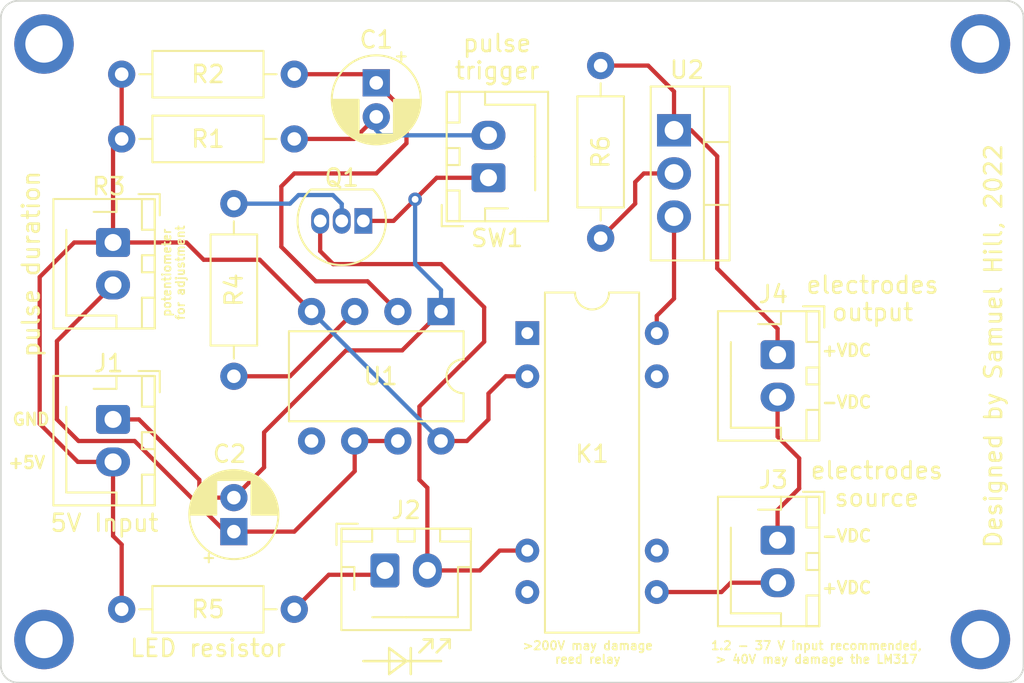
<source format=kicad_pcb>
(kicad_pcb (version 20171130) (host pcbnew "(5.1.12)-1")

  (general
    (thickness 1.6)
    (drawings 36)
    (tracks 110)
    (zones 0)
    (modules 21)
    (nets 20)
  )

  (page A4)
  (layers
    (0 F.Cu signal)
    (31 B.Cu signal)
    (32 B.Adhes user)
    (33 F.Adhes user)
    (34 B.Paste user)
    (35 F.Paste user)
    (36 B.SilkS user)
    (37 F.SilkS user)
    (38 B.Mask user)
    (39 F.Mask user)
    (40 Dwgs.User user)
    (41 Cmts.User user)
    (42 Eco1.User user)
    (43 Eco2.User user)
    (44 Edge.Cuts user)
    (45 Margin user)
    (46 B.CrtYd user)
    (47 F.CrtYd user hide)
    (48 B.Fab user)
    (49 F.Fab user hide)
  )

  (setup
    (last_trace_width 0.25)
    (trace_clearance 0.2)
    (zone_clearance 0.508)
    (zone_45_only no)
    (trace_min 0.2)
    (via_size 0.8)
    (via_drill 0.4)
    (via_min_size 0.4)
    (via_min_drill 0.3)
    (uvia_size 0.3)
    (uvia_drill 0.1)
    (uvias_allowed no)
    (uvia_min_size 0.2)
    (uvia_min_drill 0.1)
    (edge_width 0.1)
    (segment_width 0.2)
    (pcb_text_width 0.3)
    (pcb_text_size 1.5 1.5)
    (mod_edge_width 0.15)
    (mod_text_size 1 1)
    (mod_text_width 0.15)
    (pad_size 3.5 3.5)
    (pad_drill 2.2)
    (pad_to_mask_clearance 0)
    (aux_axis_origin 0 0)
    (visible_elements 7FFFFFFF)
    (pcbplotparams
      (layerselection 0x010fc_ffffffff)
      (usegerberextensions false)
      (usegerberattributes true)
      (usegerberadvancedattributes true)
      (creategerberjobfile true)
      (excludeedgelayer true)
      (linewidth 0.100000)
      (plotframeref false)
      (viasonmask false)
      (mode 1)
      (useauxorigin false)
      (hpglpennumber 1)
      (hpglpenspeed 20)
      (hpglpendiameter 15.000000)
      (psnegative false)
      (psa4output false)
      (plotreference true)
      (plotvalue true)
      (plotinvisibletext false)
      (padsonsilk false)
      (subtractmaskfromsilk false)
      (outputformat 1)
      (mirror false)
      (drillshape 1)
      (scaleselection 1)
      (outputdirectory ""))
  )

  (net 0 "")
  (net 1 "Net-(C1-Pad2)")
  (net 2 "Net-(C1-Pad1)")
  (net 3 "Net-(C2-Pad2)")
  (net 4 "Net-(C2-Pad1)")
  (net 5 "Net-(J1-Pad2)")
  (net 6 "Net-(J2-Pad2)")
  (net 7 "Net-(J2-Pad1)")
  (net 8 "Net-(J3-Pad2)")
  (net 9 "Net-(K1-Pad14)")
  (net 10 "Net-(K1-Pad7)")
  (net 11 "Net-(K1-Pad1)")
  (net 12 "Net-(K1-Pad9)")
  (net 13 "Net-(K1-Pad13)")
  (net 14 "Net-(Q1-Pad2)")
  (net 15 "Net-(R4-Pad1)")
  (net 16 "Net-(R6-Pad1)")
  (net 17 "Net-(U1-Pad5)")
  (net 18 "Net-(J4-Pad1)")
  (net 19 "Net-(J3-Pad1)")

  (net_class Default "This is the default net class."
    (clearance 0.2)
    (trace_width 0.25)
    (via_dia 0.8)
    (via_drill 0.4)
    (uvia_dia 0.3)
    (uvia_drill 0.1)
    (add_net "Net-(C1-Pad1)")
    (add_net "Net-(C1-Pad2)")
    (add_net "Net-(C2-Pad1)")
    (add_net "Net-(C2-Pad2)")
    (add_net "Net-(J1-Pad2)")
    (add_net "Net-(J2-Pad1)")
    (add_net "Net-(J2-Pad2)")
    (add_net "Net-(J3-Pad1)")
    (add_net "Net-(J3-Pad2)")
    (add_net "Net-(J4-Pad1)")
    (add_net "Net-(K1-Pad1)")
    (add_net "Net-(K1-Pad13)")
    (add_net "Net-(K1-Pad14)")
    (add_net "Net-(K1-Pad7)")
    (add_net "Net-(K1-Pad9)")
    (add_net "Net-(Q1-Pad2)")
    (add_net "Net-(R4-Pad1)")
    (add_net "Net-(R6-Pad1)")
    (add_net "Net-(U1-Pad5)")
  )

  (module Connector_JST:JST_XH_B2B-XH-AM_1x02_P2.50mm_Vertical (layer F.Cu) (tedit 5C28146E) (tstamp 61E05B53)
    (at 128.27 104.14)
    (descr "JST XH series connector, B2B-XH-AM, with boss (http://www.jst-mfg.com/product/pdf/eng/eXH.pdf), generated with kicad-footprint-generator")
    (tags "connector JST XH vertical boss")
    (path /61EBE6D5)
    (fp_text reference J2 (at 1.25 -3.55) (layer F.SilkS)
      (effects (font (size 1 1) (thickness 0.15)))
    )
    (fp_text value "LED OUT" (at 1.25 4.6) (layer F.Fab)
      (effects (font (size 1 1) (thickness 0.15)))
    )
    (fp_line (start -2.85 -2.75) (end -2.85 -1.5) (layer F.SilkS) (width 0.12))
    (fp_line (start -1.6 -2.75) (end -2.85 -2.75) (layer F.SilkS) (width 0.12))
    (fp_line (start 4.3 2.75) (end 1.25 2.75) (layer F.SilkS) (width 0.12))
    (fp_line (start 4.3 -0.2) (end 4.3 2.75) (layer F.SilkS) (width 0.12))
    (fp_line (start 5.05 -0.2) (end 4.3 -0.2) (layer F.SilkS) (width 0.12))
    (fp_line (start 1.25 2.75) (end -0.74 2.75) (layer F.SilkS) (width 0.12))
    (fp_line (start -1.8 -0.2) (end -1.8 1.14) (layer F.SilkS) (width 0.12))
    (fp_line (start -2.55 -0.2) (end -1.8 -0.2) (layer F.SilkS) (width 0.12))
    (fp_line (start 5.05 -2.45) (end 3.25 -2.45) (layer F.SilkS) (width 0.12))
    (fp_line (start 5.05 -1.7) (end 5.05 -2.45) (layer F.SilkS) (width 0.12))
    (fp_line (start 3.25 -1.7) (end 5.05 -1.7) (layer F.SilkS) (width 0.12))
    (fp_line (start 3.25 -2.45) (end 3.25 -1.7) (layer F.SilkS) (width 0.12))
    (fp_line (start -0.75 -2.45) (end -2.55 -2.45) (layer F.SilkS) (width 0.12))
    (fp_line (start -0.75 -1.7) (end -0.75 -2.45) (layer F.SilkS) (width 0.12))
    (fp_line (start -2.55 -1.7) (end -0.75 -1.7) (layer F.SilkS) (width 0.12))
    (fp_line (start -2.55 -2.45) (end -2.55 -1.7) (layer F.SilkS) (width 0.12))
    (fp_line (start 1.75 -2.45) (end 0.75 -2.45) (layer F.SilkS) (width 0.12))
    (fp_line (start 1.75 -1.7) (end 1.75 -2.45) (layer F.SilkS) (width 0.12))
    (fp_line (start 0.75 -1.7) (end 1.75 -1.7) (layer F.SilkS) (width 0.12))
    (fp_line (start 0.75 -2.45) (end 0.75 -1.7) (layer F.SilkS) (width 0.12))
    (fp_line (start 0 -1.35) (end 0.625 -2.35) (layer F.Fab) (width 0.1))
    (fp_line (start -0.625 -2.35) (end 0 -1.35) (layer F.Fab) (width 0.1))
    (fp_line (start 5.45 -2.85) (end -2.95 -2.85) (layer F.CrtYd) (width 0.05))
    (fp_line (start 5.45 3.9) (end 5.45 -2.85) (layer F.CrtYd) (width 0.05))
    (fp_line (start -2.95 3.9) (end 5.45 3.9) (layer F.CrtYd) (width 0.05))
    (fp_line (start -2.95 -2.85) (end -2.95 3.9) (layer F.CrtYd) (width 0.05))
    (fp_line (start 5.06 -2.46) (end -2.56 -2.46) (layer F.SilkS) (width 0.12))
    (fp_line (start 5.06 3.51) (end 5.06 -2.46) (layer F.SilkS) (width 0.12))
    (fp_line (start -2.56 3.51) (end 5.06 3.51) (layer F.SilkS) (width 0.12))
    (fp_line (start -2.56 -2.46) (end -2.56 3.51) (layer F.SilkS) (width 0.12))
    (fp_line (start 4.95 -2.35) (end -2.45 -2.35) (layer F.Fab) (width 0.1))
    (fp_line (start 4.95 3.4) (end 4.95 -2.35) (layer F.Fab) (width 0.1))
    (fp_line (start -2.45 3.4) (end 4.95 3.4) (layer F.Fab) (width 0.1))
    (fp_line (start -2.45 -2.35) (end -2.45 3.4) (layer F.Fab) (width 0.1))
    (fp_text user %R (at 1.25 2.7) (layer F.Fab)
      (effects (font (size 1 1) (thickness 0.15)))
    )
    (pad "" np_thru_hole circle (at -1.6 2) (size 1.2 1.2) (drill 1.2) (layers *.Cu *.Mask))
    (pad 2 thru_hole oval (at 2.5 0) (size 1.7 2) (drill 1) (layers *.Cu *.Mask)
      (net 6 "Net-(J2-Pad2)"))
    (pad 1 thru_hole roundrect (at 0 0) (size 1.7 2) (drill 1) (layers *.Cu *.Mask) (roundrect_rratio 0.147059)
      (net 7 "Net-(J2-Pad1)"))
    (model ${KISYS3DMOD}/Connector_JST.3dshapes/JST_XH_B2B-XH-AM_1x02_P2.50mm_Vertical.wrl
      (at (xyz 0 0 0))
      (scale (xyz 1 1 1))
      (rotate (xyz 0 0 0))
    )
  )

  (module Connector_JST:JST_XH_B2B-XH-AM_1x02_P2.50mm_Vertical (layer F.Cu) (tedit 5C28146E) (tstamp 61E05B29)
    (at 151.384 102.362 270)
    (descr "JST XH series connector, B2B-XH-AM, with boss (http://www.jst-mfg.com/product/pdf/eng/eXH.pdf), generated with kicad-footprint-generator")
    (tags "connector JST XH vertical boss")
    (path /616F4CF0)
    (fp_text reference J3 (at -3.556 0.254 180) (layer F.SilkS)
      (effects (font (size 1 1) (thickness 0.15)))
    )
    (fp_text value "0-45V Input" (at 1.25 4.6 90) (layer F.Fab)
      (effects (font (size 1 1) (thickness 0.15)))
    )
    (fp_text user %R (at 1.25 2.7 90) (layer F.Fab)
      (effects (font (size 1 1) (thickness 0.15)))
    )
    (fp_line (start -2.45 -2.35) (end -2.45 3.4) (layer F.Fab) (width 0.1))
    (fp_line (start -2.45 3.4) (end 4.95 3.4) (layer F.Fab) (width 0.1))
    (fp_line (start 4.95 3.4) (end 4.95 -2.35) (layer F.Fab) (width 0.1))
    (fp_line (start 4.95 -2.35) (end -2.45 -2.35) (layer F.Fab) (width 0.1))
    (fp_line (start -2.56 -2.46) (end -2.56 3.51) (layer F.SilkS) (width 0.12))
    (fp_line (start -2.56 3.51) (end 5.06 3.51) (layer F.SilkS) (width 0.12))
    (fp_line (start 5.06 3.51) (end 5.06 -2.46) (layer F.SilkS) (width 0.12))
    (fp_line (start 5.06 -2.46) (end -2.56 -2.46) (layer F.SilkS) (width 0.12))
    (fp_line (start -2.95 -2.85) (end -2.95 3.9) (layer F.CrtYd) (width 0.05))
    (fp_line (start -2.95 3.9) (end 5.45 3.9) (layer F.CrtYd) (width 0.05))
    (fp_line (start 5.45 3.9) (end 5.45 -2.85) (layer F.CrtYd) (width 0.05))
    (fp_line (start 5.45 -2.85) (end -2.95 -2.85) (layer F.CrtYd) (width 0.05))
    (fp_line (start -0.625 -2.35) (end 0 -1.35) (layer F.Fab) (width 0.1))
    (fp_line (start 0 -1.35) (end 0.625 -2.35) (layer F.Fab) (width 0.1))
    (fp_line (start 0.75 -2.45) (end 0.75 -1.7) (layer F.SilkS) (width 0.12))
    (fp_line (start 0.75 -1.7) (end 1.75 -1.7) (layer F.SilkS) (width 0.12))
    (fp_line (start 1.75 -1.7) (end 1.75 -2.45) (layer F.SilkS) (width 0.12))
    (fp_line (start 1.75 -2.45) (end 0.75 -2.45) (layer F.SilkS) (width 0.12))
    (fp_line (start -2.55 -2.45) (end -2.55 -1.7) (layer F.SilkS) (width 0.12))
    (fp_line (start -2.55 -1.7) (end -0.75 -1.7) (layer F.SilkS) (width 0.12))
    (fp_line (start -0.75 -1.7) (end -0.75 -2.45) (layer F.SilkS) (width 0.12))
    (fp_line (start -0.75 -2.45) (end -2.55 -2.45) (layer F.SilkS) (width 0.12))
    (fp_line (start 3.25 -2.45) (end 3.25 -1.7) (layer F.SilkS) (width 0.12))
    (fp_line (start 3.25 -1.7) (end 5.05 -1.7) (layer F.SilkS) (width 0.12))
    (fp_line (start 5.05 -1.7) (end 5.05 -2.45) (layer F.SilkS) (width 0.12))
    (fp_line (start 5.05 -2.45) (end 3.25 -2.45) (layer F.SilkS) (width 0.12))
    (fp_line (start -2.55 -0.2) (end -1.8 -0.2) (layer F.SilkS) (width 0.12))
    (fp_line (start -1.8 -0.2) (end -1.8 1.14) (layer F.SilkS) (width 0.12))
    (fp_line (start 1.25 2.75) (end -0.74 2.75) (layer F.SilkS) (width 0.12))
    (fp_line (start 5.05 -0.2) (end 4.3 -0.2) (layer F.SilkS) (width 0.12))
    (fp_line (start 4.3 -0.2) (end 4.3 2.75) (layer F.SilkS) (width 0.12))
    (fp_line (start 4.3 2.75) (end 1.25 2.75) (layer F.SilkS) (width 0.12))
    (fp_line (start -1.6 -2.75) (end -2.85 -2.75) (layer F.SilkS) (width 0.12))
    (fp_line (start -2.85 -2.75) (end -2.85 -1.5) (layer F.SilkS) (width 0.12))
    (pad "" np_thru_hole circle (at -1.6 2 270) (size 1.2 1.2) (drill 1.2) (layers *.Cu *.Mask))
    (pad 2 thru_hole oval (at 2.5 0 270) (size 1.7 2) (drill 1) (layers *.Cu *.Mask)
      (net 8 "Net-(J3-Pad2)"))
    (pad 1 thru_hole roundrect (at 0 0 270) (size 1.7 2) (drill 1) (layers *.Cu *.Mask) (roundrect_rratio 0.147059)
      (net 19 "Net-(J3-Pad1)"))
    (model ${KISYS3DMOD}/Connector_JST.3dshapes/JST_XH_B2B-XH-AM_1x02_P2.50mm_Vertical.wrl
      (at (xyz 0 0 0))
      (scale (xyz 1 1 1))
      (rotate (xyz 0 0 0))
    )
  )

  (module Connector_JST:JST_XH_B2B-XH-AM_1x02_P2.50mm_Vertical (layer F.Cu) (tedit 5C28146E) (tstamp 61E05B14)
    (at 151.384 91.44 270)
    (descr "JST XH series connector, B2B-XH-AM, with boss (http://www.jst-mfg.com/product/pdf/eng/eXH.pdf), generated with kicad-footprint-generator")
    (tags "connector JST XH vertical boss")
    (path /616FD31E)
    (fp_text reference J4 (at -3.556 0.254 180) (layer F.SilkS)
      (effects (font (size 1 1) (thickness 0.15)))
    )
    (fp_text value "Electrodes Out" (at 1.25 4.6 90) (layer F.Fab)
      (effects (font (size 1 1) (thickness 0.15)))
    )
    (fp_text user %R (at 1.25 2.7 90) (layer F.Fab)
      (effects (font (size 1 1) (thickness 0.15)))
    )
    (fp_line (start -2.45 -2.35) (end -2.45 3.4) (layer F.Fab) (width 0.1))
    (fp_line (start -2.45 3.4) (end 4.95 3.4) (layer F.Fab) (width 0.1))
    (fp_line (start 4.95 3.4) (end 4.95 -2.35) (layer F.Fab) (width 0.1))
    (fp_line (start 4.95 -2.35) (end -2.45 -2.35) (layer F.Fab) (width 0.1))
    (fp_line (start -2.56 -2.46) (end -2.56 3.51) (layer F.SilkS) (width 0.12))
    (fp_line (start -2.56 3.51) (end 5.06 3.51) (layer F.SilkS) (width 0.12))
    (fp_line (start 5.06 3.51) (end 5.06 -2.46) (layer F.SilkS) (width 0.12))
    (fp_line (start 5.06 -2.46) (end -2.56 -2.46) (layer F.SilkS) (width 0.12))
    (fp_line (start -2.95 -2.85) (end -2.95 3.9) (layer F.CrtYd) (width 0.05))
    (fp_line (start -2.95 3.9) (end 5.45 3.9) (layer F.CrtYd) (width 0.05))
    (fp_line (start 5.45 3.9) (end 5.45 -2.85) (layer F.CrtYd) (width 0.05))
    (fp_line (start 5.45 -2.85) (end -2.95 -2.85) (layer F.CrtYd) (width 0.05))
    (fp_line (start -0.625 -2.35) (end 0 -1.35) (layer F.Fab) (width 0.1))
    (fp_line (start 0 -1.35) (end 0.625 -2.35) (layer F.Fab) (width 0.1))
    (fp_line (start 0.75 -2.45) (end 0.75 -1.7) (layer F.SilkS) (width 0.12))
    (fp_line (start 0.75 -1.7) (end 1.75 -1.7) (layer F.SilkS) (width 0.12))
    (fp_line (start 1.75 -1.7) (end 1.75 -2.45) (layer F.SilkS) (width 0.12))
    (fp_line (start 1.75 -2.45) (end 0.75 -2.45) (layer F.SilkS) (width 0.12))
    (fp_line (start -2.55 -2.45) (end -2.55 -1.7) (layer F.SilkS) (width 0.12))
    (fp_line (start -2.55 -1.7) (end -0.75 -1.7) (layer F.SilkS) (width 0.12))
    (fp_line (start -0.75 -1.7) (end -0.75 -2.45) (layer F.SilkS) (width 0.12))
    (fp_line (start -0.75 -2.45) (end -2.55 -2.45) (layer F.SilkS) (width 0.12))
    (fp_line (start 3.25 -2.45) (end 3.25 -1.7) (layer F.SilkS) (width 0.12))
    (fp_line (start 3.25 -1.7) (end 5.05 -1.7) (layer F.SilkS) (width 0.12))
    (fp_line (start 5.05 -1.7) (end 5.05 -2.45) (layer F.SilkS) (width 0.12))
    (fp_line (start 5.05 -2.45) (end 3.25 -2.45) (layer F.SilkS) (width 0.12))
    (fp_line (start -2.55 -0.2) (end -1.8 -0.2) (layer F.SilkS) (width 0.12))
    (fp_line (start -1.8 -0.2) (end -1.8 1.14) (layer F.SilkS) (width 0.12))
    (fp_line (start 1.25 2.75) (end -0.74 2.75) (layer F.SilkS) (width 0.12))
    (fp_line (start 5.05 -0.2) (end 4.3 -0.2) (layer F.SilkS) (width 0.12))
    (fp_line (start 4.3 -0.2) (end 4.3 2.75) (layer F.SilkS) (width 0.12))
    (fp_line (start 4.3 2.75) (end 1.25 2.75) (layer F.SilkS) (width 0.12))
    (fp_line (start -1.6 -2.75) (end -2.85 -2.75) (layer F.SilkS) (width 0.12))
    (fp_line (start -2.85 -2.75) (end -2.85 -1.5) (layer F.SilkS) (width 0.12))
    (pad "" np_thru_hole circle (at -1.6 2 270) (size 1.2 1.2) (drill 1.2) (layers *.Cu *.Mask))
    (pad 2 thru_hole oval (at 2.5 0 270) (size 1.7 2) (drill 1) (layers *.Cu *.Mask)
      (net 19 "Net-(J3-Pad1)"))
    (pad 1 thru_hole roundrect (at 0 0 270) (size 1.7 2) (drill 1) (layers *.Cu *.Mask) (roundrect_rratio 0.147059)
      (net 18 "Net-(J4-Pad1)"))
    (model ${KISYS3DMOD}/Connector_JST.3dshapes/JST_XH_B2B-XH-AM_1x02_P2.50mm_Vertical.wrl
      (at (xyz 0 0 0))
      (scale (xyz 1 1 1))
      (rotate (xyz 0 0 0))
    )
  )

  (module Connector_JST:JST_XH_B2B-XH-AM_1x02_P2.50mm_Vertical (layer F.Cu) (tedit 5C28146E) (tstamp 61E05AFF)
    (at 112.268 95.25 270)
    (descr "JST XH series connector, B2B-XH-AM, with boss (http://www.jst-mfg.com/product/pdf/eng/eXH.pdf), generated with kicad-footprint-generator")
    (tags "connector JST XH vertical boss")
    (path /617435B8)
    (fp_text reference J1 (at -3.302 0.254 180) (layer F.SilkS)
      (effects (font (size 1 1) (thickness 0.15)))
    )
    (fp_text value "5V Input" (at 1.25 4.6 90) (layer F.Fab)
      (effects (font (size 1 1) (thickness 0.15)))
    )
    (fp_text user %R (at 1.25 2.7 90) (layer F.Fab)
      (effects (font (size 1 1) (thickness 0.15)))
    )
    (fp_line (start -2.45 -2.35) (end -2.45 3.4) (layer F.Fab) (width 0.1))
    (fp_line (start -2.45 3.4) (end 4.95 3.4) (layer F.Fab) (width 0.1))
    (fp_line (start 4.95 3.4) (end 4.95 -2.35) (layer F.Fab) (width 0.1))
    (fp_line (start 4.95 -2.35) (end -2.45 -2.35) (layer F.Fab) (width 0.1))
    (fp_line (start -2.56 -2.46) (end -2.56 3.51) (layer F.SilkS) (width 0.12))
    (fp_line (start -2.56 3.51) (end 5.06 3.51) (layer F.SilkS) (width 0.12))
    (fp_line (start 5.06 3.51) (end 5.06 -2.46) (layer F.SilkS) (width 0.12))
    (fp_line (start 5.06 -2.46) (end -2.56 -2.46) (layer F.SilkS) (width 0.12))
    (fp_line (start -2.95 -2.85) (end -2.95 3.9) (layer F.CrtYd) (width 0.05))
    (fp_line (start -2.95 3.9) (end 5.45 3.9) (layer F.CrtYd) (width 0.05))
    (fp_line (start 5.45 3.9) (end 5.45 -2.85) (layer F.CrtYd) (width 0.05))
    (fp_line (start 5.45 -2.85) (end -2.95 -2.85) (layer F.CrtYd) (width 0.05))
    (fp_line (start -0.625 -2.35) (end 0 -1.35) (layer F.Fab) (width 0.1))
    (fp_line (start 0 -1.35) (end 0.625 -2.35) (layer F.Fab) (width 0.1))
    (fp_line (start 0.75 -2.45) (end 0.75 -1.7) (layer F.SilkS) (width 0.12))
    (fp_line (start 0.75 -1.7) (end 1.75 -1.7) (layer F.SilkS) (width 0.12))
    (fp_line (start 1.75 -1.7) (end 1.75 -2.45) (layer F.SilkS) (width 0.12))
    (fp_line (start 1.75 -2.45) (end 0.75 -2.45) (layer F.SilkS) (width 0.12))
    (fp_line (start -2.55 -2.45) (end -2.55 -1.7) (layer F.SilkS) (width 0.12))
    (fp_line (start -2.55 -1.7) (end -0.75 -1.7) (layer F.SilkS) (width 0.12))
    (fp_line (start -0.75 -1.7) (end -0.75 -2.45) (layer F.SilkS) (width 0.12))
    (fp_line (start -0.75 -2.45) (end -2.55 -2.45) (layer F.SilkS) (width 0.12))
    (fp_line (start 3.25 -2.45) (end 3.25 -1.7) (layer F.SilkS) (width 0.12))
    (fp_line (start 3.25 -1.7) (end 5.05 -1.7) (layer F.SilkS) (width 0.12))
    (fp_line (start 5.05 -1.7) (end 5.05 -2.45) (layer F.SilkS) (width 0.12))
    (fp_line (start 5.05 -2.45) (end 3.25 -2.45) (layer F.SilkS) (width 0.12))
    (fp_line (start -2.55 -0.2) (end -1.8 -0.2) (layer F.SilkS) (width 0.12))
    (fp_line (start -1.8 -0.2) (end -1.8 1.14) (layer F.SilkS) (width 0.12))
    (fp_line (start 1.25 2.75) (end -0.74 2.75) (layer F.SilkS) (width 0.12))
    (fp_line (start 5.05 -0.2) (end 4.3 -0.2) (layer F.SilkS) (width 0.12))
    (fp_line (start 4.3 -0.2) (end 4.3 2.75) (layer F.SilkS) (width 0.12))
    (fp_line (start 4.3 2.75) (end 1.25 2.75) (layer F.SilkS) (width 0.12))
    (fp_line (start -1.6 -2.75) (end -2.85 -2.75) (layer F.SilkS) (width 0.12))
    (fp_line (start -2.85 -2.75) (end -2.85 -1.5) (layer F.SilkS) (width 0.12))
    (pad "" np_thru_hole circle (at -1.6 2 270) (size 1.2 1.2) (drill 1.2) (layers *.Cu *.Mask))
    (pad 2 thru_hole oval (at 2.5 0 270) (size 1.7 2) (drill 1) (layers *.Cu *.Mask)
      (net 5 "Net-(J1-Pad2)"))
    (pad 1 thru_hole roundrect (at 0 0 270) (size 1.7 2) (drill 1) (layers *.Cu *.Mask) (roundrect_rratio 0.147059)
      (net 3 "Net-(C2-Pad2)"))
    (model ${KISYS3DMOD}/Connector_JST.3dshapes/JST_XH_B2B-XH-AM_1x02_P2.50mm_Vertical.wrl
      (at (xyz 0 0 0))
      (scale (xyz 1 1 1))
      (rotate (xyz 0 0 0))
    )
  )

  (module Package_TO_SOT_THT:TO-220-3_Vertical (layer F.Cu) (tedit 5AC8BA0D) (tstamp 61E05C67)
    (at 145.288 78.232 270)
    (descr "TO-220-3, Vertical, RM 2.54mm, see https://www.vishay.com/docs/66542/to-220-1.pdf")
    (tags "TO-220-3 Vertical RM 2.54mm")
    (path /616720D6)
    (fp_text reference U2 (at -3.556 -0.762 180) (layer F.SilkS)
      (effects (font (size 1 1) (thickness 0.15)))
    )
    (fp_text value LM317 (at 2.54 2.5 90) (layer F.Fab)
      (effects (font (size 1 1) (thickness 0.15)))
    )
    (fp_line (start 7.79 -3.4) (end -2.71 -3.4) (layer F.CrtYd) (width 0.05))
    (fp_line (start 7.79 1.51) (end 7.79 -3.4) (layer F.CrtYd) (width 0.05))
    (fp_line (start -2.71 1.51) (end 7.79 1.51) (layer F.CrtYd) (width 0.05))
    (fp_line (start -2.71 -3.4) (end -2.71 1.51) (layer F.CrtYd) (width 0.05))
    (fp_line (start 4.391 -3.27) (end 4.391 -1.76) (layer F.SilkS) (width 0.12))
    (fp_line (start 0.69 -3.27) (end 0.69 -1.76) (layer F.SilkS) (width 0.12))
    (fp_line (start -2.58 -1.76) (end 7.66 -1.76) (layer F.SilkS) (width 0.12))
    (fp_line (start 7.66 -3.27) (end 7.66 1.371) (layer F.SilkS) (width 0.12))
    (fp_line (start -2.58 -3.27) (end -2.58 1.371) (layer F.SilkS) (width 0.12))
    (fp_line (start -2.58 1.371) (end 7.66 1.371) (layer F.SilkS) (width 0.12))
    (fp_line (start -2.58 -3.27) (end 7.66 -3.27) (layer F.SilkS) (width 0.12))
    (fp_line (start 4.39 -3.15) (end 4.39 -1.88) (layer F.Fab) (width 0.1))
    (fp_line (start 0.69 -3.15) (end 0.69 -1.88) (layer F.Fab) (width 0.1))
    (fp_line (start -2.46 -1.88) (end 7.54 -1.88) (layer F.Fab) (width 0.1))
    (fp_line (start 7.54 -3.15) (end -2.46 -3.15) (layer F.Fab) (width 0.1))
    (fp_line (start 7.54 1.25) (end 7.54 -3.15) (layer F.Fab) (width 0.1))
    (fp_line (start -2.46 1.25) (end 7.54 1.25) (layer F.Fab) (width 0.1))
    (fp_line (start -2.46 -3.15) (end -2.46 1.25) (layer F.Fab) (width 0.1))
    (fp_text user %R (at 2.54 -4.27 90) (layer F.Fab)
      (effects (font (size 1 1) (thickness 0.15)))
    )
    (pad 3 thru_hole oval (at 5.08 0 270) (size 1.905 2) (drill 1.1) (layers *.Cu *.Mask)
      (net 9 "Net-(K1-Pad14)"))
    (pad 2 thru_hole oval (at 2.54 0 270) (size 1.905 2) (drill 1.1) (layers *.Cu *.Mask)
      (net 16 "Net-(R6-Pad1)"))
    (pad 1 thru_hole rect (at 0 0 270) (size 1.905 2) (drill 1.1) (layers *.Cu *.Mask)
      (net 18 "Net-(J4-Pad1)"))
    (model ${KISYS3DMOD}/Package_TO_SOT_THT.3dshapes/TO-220-3_Vertical.wrl
      (at (xyz 0 0 0))
      (scale (xyz 1 1 1))
      (rotate (xyz 0 0 0))
    )
  )

  (module Resistor_THT:R_Axial_DIN0207_L6.3mm_D2.5mm_P10.16mm_Horizontal (layer F.Cu) (tedit 5AE5139B) (tstamp 61E37355)
    (at 112.776 106.426)
    (descr "Resistor, Axial_DIN0207 series, Axial, Horizontal, pin pitch=10.16mm, 0.25W = 1/4W, length*diameter=6.3*2.5mm^2, http://cdn-reichelt.de/documents/datenblatt/B400/1_4W%23YAG.pdf")
    (tags "Resistor Axial_DIN0207 series Axial Horizontal pin pitch 10.16mm 0.25W = 1/4W length 6.3mm diameter 2.5mm")
    (path /61E36B4F)
    (fp_text reference R5 (at 5.08 0) (layer F.SilkS)
      (effects (font (size 1 1) (thickness 0.15)))
    )
    (fp_text value LED (at 5.08 2.37) (layer F.Fab)
      (effects (font (size 1 1) (thickness 0.15)))
    )
    (fp_line (start 11.21 -1.5) (end -1.05 -1.5) (layer F.CrtYd) (width 0.05))
    (fp_line (start 11.21 1.5) (end 11.21 -1.5) (layer F.CrtYd) (width 0.05))
    (fp_line (start -1.05 1.5) (end 11.21 1.5) (layer F.CrtYd) (width 0.05))
    (fp_line (start -1.05 -1.5) (end -1.05 1.5) (layer F.CrtYd) (width 0.05))
    (fp_line (start 9.12 0) (end 8.35 0) (layer F.SilkS) (width 0.12))
    (fp_line (start 1.04 0) (end 1.81 0) (layer F.SilkS) (width 0.12))
    (fp_line (start 8.35 -1.37) (end 1.81 -1.37) (layer F.SilkS) (width 0.12))
    (fp_line (start 8.35 1.37) (end 8.35 -1.37) (layer F.SilkS) (width 0.12))
    (fp_line (start 1.81 1.37) (end 8.35 1.37) (layer F.SilkS) (width 0.12))
    (fp_line (start 1.81 -1.37) (end 1.81 1.37) (layer F.SilkS) (width 0.12))
    (fp_line (start 10.16 0) (end 8.23 0) (layer F.Fab) (width 0.1))
    (fp_line (start 0 0) (end 1.93 0) (layer F.Fab) (width 0.1))
    (fp_line (start 8.23 -1.25) (end 1.93 -1.25) (layer F.Fab) (width 0.1))
    (fp_line (start 8.23 1.25) (end 8.23 -1.25) (layer F.Fab) (width 0.1))
    (fp_line (start 1.93 1.25) (end 8.23 1.25) (layer F.Fab) (width 0.1))
    (fp_line (start 1.93 -1.25) (end 1.93 1.25) (layer F.Fab) (width 0.1))
    (fp_text user %R (at 5.08 0) (layer F.Fab)
      (effects (font (size 1 1) (thickness 0.15)))
    )
    (pad 2 thru_hole oval (at 10.16 0) (size 1.6 1.6) (drill 0.8) (layers *.Cu *.Mask)
      (net 7 "Net-(J2-Pad1)"))
    (pad 1 thru_hole circle (at 0 0) (size 1.6 1.6) (drill 0.8) (layers *.Cu *.Mask)
      (net 5 "Net-(J1-Pad2)"))
    (model ${KISYS3DMOD}/Resistor_THT.3dshapes/R_Axial_DIN0207_L6.3mm_D2.5mm_P10.16mm_Horizontal.wrl
      (at (xyz 0 0 0))
      (scale (xyz 1 1 1))
      (rotate (xyz 0 0 0))
    )
  )

  (module MountingHole:MountingHole_2.2mm_M2_ISO7380_Pad (layer F.Cu) (tedit 56D1B4CB) (tstamp 61E0CF28)
    (at 163.322 108.204)
    (descr "Mounting Hole 2.2mm, M2, ISO7380")
    (tags "mounting hole 2.2mm m2 iso7380")
    (attr virtual)
    (fp_text reference REF** (at 0 -2.75) (layer F.SilkS) hide
      (effects (font (size 1 1) (thickness 0.15)))
    )
    (fp_text value MountingHole_2.2mm_M2_ISO7380_Pad (at 0 2.75) (layer F.Fab) hide
      (effects (font (size 1 1) (thickness 0.15)))
    )
    (fp_circle (center 0 0) (end 2 0) (layer F.CrtYd) (width 0.05))
    (fp_circle (center 0 0) (end 1.75 0) (layer Cmts.User) (width 0.15))
    (pad 1 thru_hole circle (at 0 0) (size 3.5 3.5) (drill 2.2) (layers *.Cu *.Mask))
  )

  (module MountingHole:MountingHole_2.2mm_M2_ISO7380_Pad (layer F.Cu) (tedit 56D1B4CB) (tstamp 61E0CF04)
    (at 108.204 108.204)
    (descr "Mounting Hole 2.2mm, M2, ISO7380")
    (tags "mounting hole 2.2mm m2 iso7380")
    (attr virtual)
    (fp_text reference REF** (at 0 -2.75 unlocked) (layer F.SilkS) hide
      (effects (font (size 1 1) (thickness 0.15)))
    )
    (fp_text value MountingHole_2.2mm_M2_ISO7380_Pad (at 0 2.75) (layer F.Fab) hide
      (effects (font (size 1 1) (thickness 0.15)))
    )
    (fp_circle (center 0 0) (end 2 0) (layer F.CrtYd) (width 0.05))
    (fp_circle (center 0 0) (end 1.75 0) (layer Cmts.User) (width 0.15))
    (pad 1 thru_hole circle (at 0 0) (size 3.5 3.5) (drill 2.2) (layers *.Cu *.Mask))
  )

  (module MountingHole:MountingHole_2.2mm_M2_ISO7380_Pad (layer F.Cu) (tedit 56D1B4CB) (tstamp 61E0CED0)
    (at 163.322 73.152)
    (descr "Mounting Hole 2.2mm, M2, ISO7380")
    (tags "mounting hole 2.2mm m2 iso7380")
    (attr virtual)
    (fp_text reference REF** (at 0 -2.75) (layer F.SilkS) hide
      (effects (font (size 1 1) (thickness 0.15)))
    )
    (fp_text value MountingHole_2.2mm_M2_ISO7380_Pad (at 0 2.75) (layer F.Fab) hide
      (effects (font (size 1 1) (thickness 0.15)))
    )
    (fp_circle (center 0 0) (end 2 0) (layer F.CrtYd) (width 0.05))
    (fp_circle (center 0 0) (end 1.75 0) (layer Cmts.User) (width 0.15))
    (pad 1 thru_hole circle (at 0 0) (size 3.5 3.5) (drill 2.2) (layers *.Cu *.Mask))
  )

  (module MountingHole:MountingHole_2.2mm_M2_ISO7380_Pad (layer F.Cu) (tedit 56D1B4CB) (tstamp 61E0CE90)
    (at 108.204 73.152)
    (descr "Mounting Hole 2.2mm, M2, ISO7380")
    (tags "mounting hole 2.2mm m2 iso7380")
    (attr virtual)
    (fp_text reference REF** (at 0 -2.75) (layer F.SilkS) hide
      (effects (font (size 1 1) (thickness 0.15)))
    )
    (fp_text value MountingHole_2.2mm_M2_ISO7380_Pad (at 0 2.75) (layer F.Fab) hide
      (effects (font (size 1 1) (thickness 0.15)))
    )
    (fp_circle (center 0 0) (end 2 0) (layer F.CrtYd) (width 0.05))
    (fp_circle (center 0 0) (end 1.75 0) (layer Cmts.User) (width 0.15))
    (pad 1 thru_hole circle (at 0 0) (size 3.5 3.5) (drill 2.2) (layers *.Cu *.Mask))
  )

  (module Package_DIP:DIP-8_W7.62mm (layer F.Cu) (tedit 5A02E8C5) (tstamp 61E05C4D)
    (at 131.572 88.9 270)
    (descr "8-lead though-hole mounted DIP package, row spacing 7.62 mm (300 mils)")
    (tags "THT DIP DIL PDIP 2.54mm 7.62mm 300mil")
    (path /61686519)
    (fp_text reference U1 (at 3.81 3.556 180) (layer F.SilkS)
      (effects (font (size 1 1) (thickness 0.15)))
    )
    (fp_text value NE555P (at 3.81 9.95 90) (layer F.Fab)
      (effects (font (size 1 1) (thickness 0.15)))
    )
    (fp_line (start 8.7 -1.55) (end -1.1 -1.55) (layer F.CrtYd) (width 0.05))
    (fp_line (start 8.7 9.15) (end 8.7 -1.55) (layer F.CrtYd) (width 0.05))
    (fp_line (start -1.1 9.15) (end 8.7 9.15) (layer F.CrtYd) (width 0.05))
    (fp_line (start -1.1 -1.55) (end -1.1 9.15) (layer F.CrtYd) (width 0.05))
    (fp_line (start 6.46 -1.33) (end 4.81 -1.33) (layer F.SilkS) (width 0.12))
    (fp_line (start 6.46 8.95) (end 6.46 -1.33) (layer F.SilkS) (width 0.12))
    (fp_line (start 1.16 8.95) (end 6.46 8.95) (layer F.SilkS) (width 0.12))
    (fp_line (start 1.16 -1.33) (end 1.16 8.95) (layer F.SilkS) (width 0.12))
    (fp_line (start 2.81 -1.33) (end 1.16 -1.33) (layer F.SilkS) (width 0.12))
    (fp_line (start 0.635 -0.27) (end 1.635 -1.27) (layer F.Fab) (width 0.1))
    (fp_line (start 0.635 8.89) (end 0.635 -0.27) (layer F.Fab) (width 0.1))
    (fp_line (start 6.985 8.89) (end 0.635 8.89) (layer F.Fab) (width 0.1))
    (fp_line (start 6.985 -1.27) (end 6.985 8.89) (layer F.Fab) (width 0.1))
    (fp_line (start 1.635 -1.27) (end 6.985 -1.27) (layer F.Fab) (width 0.1))
    (fp_text user %R (at 3.81 3.81 90) (layer F.Fab)
      (effects (font (size 1 1) (thickness 0.15)))
    )
    (fp_arc (start 3.81 -1.33) (end 2.81 -1.33) (angle -180) (layer F.SilkS) (width 0.12))
    (pad 8 thru_hole oval (at 7.62 0 270) (size 1.6 1.6) (drill 0.8) (layers *.Cu *.Mask)
      (net 5 "Net-(J1-Pad2)"))
    (pad 4 thru_hole oval (at 0 7.62 270) (size 1.6 1.6) (drill 0.8) (layers *.Cu *.Mask)
      (net 5 "Net-(J1-Pad2)"))
    (pad 7 thru_hole oval (at 7.62 2.54 270) (size 1.6 1.6) (drill 0.8) (layers *.Cu *.Mask)
      (net 4 "Net-(C2-Pad1)"))
    (pad 3 thru_hole oval (at 0 5.08 270) (size 1.6 1.6) (drill 0.8) (layers *.Cu *.Mask)
      (net 15 "Net-(R4-Pad1)"))
    (pad 6 thru_hole oval (at 7.62 5.08 270) (size 1.6 1.6) (drill 0.8) (layers *.Cu *.Mask)
      (net 4 "Net-(C2-Pad1)"))
    (pad 2 thru_hole oval (at 0 2.54 270) (size 1.6 1.6) (drill 0.8) (layers *.Cu *.Mask)
      (net 2 "Net-(C1-Pad1)"))
    (pad 5 thru_hole oval (at 7.62 7.62 270) (size 1.6 1.6) (drill 0.8) (layers *.Cu *.Mask)
      (net 17 "Net-(U1-Pad5)"))
    (pad 1 thru_hole rect (at 0 0 270) (size 1.6 1.6) (drill 0.8) (layers *.Cu *.Mask)
      (net 3 "Net-(C2-Pad2)"))
    (model ${KISYS3DMOD}/Package_DIP.3dshapes/DIP-8_W7.62mm.wrl
      (at (xyz 0 0 0))
      (scale (xyz 1 1 1))
      (rotate (xyz 0 0 0))
    )
  )

  (module Connector_JST:JST_XH_B2B-XH-AM_1x02_P2.50mm_Vertical (layer F.Cu) (tedit 5C28146E) (tstamp 61E05C31)
    (at 134.366 81.026 90)
    (descr "JST XH series connector, B2B-XH-AM, with boss (http://www.jst-mfg.com/product/pdf/eng/eXH.pdf), generated with kicad-footprint-generator")
    (tags "connector JST XH vertical boss")
    (path /6166E850)
    (fp_text reference SW1 (at -3.556 0.508 180) (layer F.SilkS)
      (effects (font (size 1 1) (thickness 0.15)))
    )
    (fp_text value Pulse (at 1.25 4.6 90) (layer F.Fab)
      (effects (font (size 1 1) (thickness 0.15)))
    )
    (fp_line (start -2.85 -2.75) (end -2.85 -1.5) (layer F.SilkS) (width 0.12))
    (fp_line (start -1.6 -2.75) (end -2.85 -2.75) (layer F.SilkS) (width 0.12))
    (fp_line (start 4.3 2.75) (end 1.25 2.75) (layer F.SilkS) (width 0.12))
    (fp_line (start 4.3 -0.2) (end 4.3 2.75) (layer F.SilkS) (width 0.12))
    (fp_line (start 5.05 -0.2) (end 4.3 -0.2) (layer F.SilkS) (width 0.12))
    (fp_line (start 1.25 2.75) (end -0.74 2.75) (layer F.SilkS) (width 0.12))
    (fp_line (start -1.8 -0.2) (end -1.8 1.14) (layer F.SilkS) (width 0.12))
    (fp_line (start -2.55 -0.2) (end -1.8 -0.2) (layer F.SilkS) (width 0.12))
    (fp_line (start 5.05 -2.45) (end 3.25 -2.45) (layer F.SilkS) (width 0.12))
    (fp_line (start 5.05 -1.7) (end 5.05 -2.45) (layer F.SilkS) (width 0.12))
    (fp_line (start 3.25 -1.7) (end 5.05 -1.7) (layer F.SilkS) (width 0.12))
    (fp_line (start 3.25 -2.45) (end 3.25 -1.7) (layer F.SilkS) (width 0.12))
    (fp_line (start -0.75 -2.45) (end -2.55 -2.45) (layer F.SilkS) (width 0.12))
    (fp_line (start -0.75 -1.7) (end -0.75 -2.45) (layer F.SilkS) (width 0.12))
    (fp_line (start -2.55 -1.7) (end -0.75 -1.7) (layer F.SilkS) (width 0.12))
    (fp_line (start -2.55 -2.45) (end -2.55 -1.7) (layer F.SilkS) (width 0.12))
    (fp_line (start 1.75 -2.45) (end 0.75 -2.45) (layer F.SilkS) (width 0.12))
    (fp_line (start 1.75 -1.7) (end 1.75 -2.45) (layer F.SilkS) (width 0.12))
    (fp_line (start 0.75 -1.7) (end 1.75 -1.7) (layer F.SilkS) (width 0.12))
    (fp_line (start 0.75 -2.45) (end 0.75 -1.7) (layer F.SilkS) (width 0.12))
    (fp_line (start 0 -1.35) (end 0.625 -2.35) (layer F.Fab) (width 0.1))
    (fp_line (start -0.625 -2.35) (end 0 -1.35) (layer F.Fab) (width 0.1))
    (fp_line (start 5.45 -2.85) (end -2.95 -2.85) (layer F.CrtYd) (width 0.05))
    (fp_line (start 5.45 3.9) (end 5.45 -2.85) (layer F.CrtYd) (width 0.05))
    (fp_line (start -2.95 3.9) (end 5.45 3.9) (layer F.CrtYd) (width 0.05))
    (fp_line (start -2.95 -2.85) (end -2.95 3.9) (layer F.CrtYd) (width 0.05))
    (fp_line (start 5.06 -2.46) (end -2.56 -2.46) (layer F.SilkS) (width 0.12))
    (fp_line (start 5.06 3.51) (end 5.06 -2.46) (layer F.SilkS) (width 0.12))
    (fp_line (start -2.56 3.51) (end 5.06 3.51) (layer F.SilkS) (width 0.12))
    (fp_line (start -2.56 -2.46) (end -2.56 3.51) (layer F.SilkS) (width 0.12))
    (fp_line (start 4.95 -2.35) (end -2.45 -2.35) (layer F.Fab) (width 0.1))
    (fp_line (start 4.95 3.4) (end 4.95 -2.35) (layer F.Fab) (width 0.1))
    (fp_line (start -2.45 3.4) (end 4.95 3.4) (layer F.Fab) (width 0.1))
    (fp_line (start -2.45 -2.35) (end -2.45 3.4) (layer F.Fab) (width 0.1))
    (fp_text user %R (at 1.25 2.7 90) (layer F.Fab)
      (effects (font (size 1 1) (thickness 0.15)))
    )
    (pad "" np_thru_hole circle (at -1.6 2 90) (size 1.2 1.2) (drill 1.2) (layers *.Cu *.Mask))
    (pad 2 thru_hole oval (at 2.5 0 90) (size 1.7 2) (drill 1) (layers *.Cu *.Mask)
      (net 1 "Net-(C1-Pad2)"))
    (pad 1 thru_hole roundrect (at 0 0 90) (size 1.7 2) (drill 1) (layers *.Cu *.Mask) (roundrect_rratio 0.147059)
      (net 3 "Net-(C2-Pad2)"))
    (model ${KISYS3DMOD}/Connector_JST.3dshapes/JST_XH_B2B-XH-AM_1x02_P2.50mm_Vertical.wrl
      (at (xyz 0 0 0))
      (scale (xyz 1 1 1))
      (rotate (xyz 0 0 0))
    )
  )

  (module Resistor_THT:R_Axial_DIN0207_L6.3mm_D2.5mm_P10.16mm_Horizontal (layer F.Cu) (tedit 5AE5139B) (tstamp 61E05C07)
    (at 140.97 84.582 90)
    (descr "Resistor, Axial_DIN0207 series, Axial, Horizontal, pin pitch=10.16mm, 0.25W = 1/4W, length*diameter=6.3*2.5mm^2, http://cdn-reichelt.de/documents/datenblatt/B400/1_4W%23YAG.pdf")
    (tags "Resistor Axial_DIN0207 series Axial Horizontal pin pitch 10.16mm 0.25W = 1/4W length 6.3mm diameter 2.5mm")
    (path /6166B498)
    (fp_text reference R6 (at 5.08 0 90) (layer F.SilkS)
      (effects (font (size 1 1) (thickness 0.15)))
    )
    (fp_text value 10Ω (at 5.08 2.37 90) (layer F.Fab)
      (effects (font (size 1 1) (thickness 0.15)))
    )
    (fp_line (start 11.21 -1.5) (end -1.05 -1.5) (layer F.CrtYd) (width 0.05))
    (fp_line (start 11.21 1.5) (end 11.21 -1.5) (layer F.CrtYd) (width 0.05))
    (fp_line (start -1.05 1.5) (end 11.21 1.5) (layer F.CrtYd) (width 0.05))
    (fp_line (start -1.05 -1.5) (end -1.05 1.5) (layer F.CrtYd) (width 0.05))
    (fp_line (start 9.12 0) (end 8.35 0) (layer F.SilkS) (width 0.12))
    (fp_line (start 1.04 0) (end 1.81 0) (layer F.SilkS) (width 0.12))
    (fp_line (start 8.35 -1.37) (end 1.81 -1.37) (layer F.SilkS) (width 0.12))
    (fp_line (start 8.35 1.37) (end 8.35 -1.37) (layer F.SilkS) (width 0.12))
    (fp_line (start 1.81 1.37) (end 8.35 1.37) (layer F.SilkS) (width 0.12))
    (fp_line (start 1.81 -1.37) (end 1.81 1.37) (layer F.SilkS) (width 0.12))
    (fp_line (start 10.16 0) (end 8.23 0) (layer F.Fab) (width 0.1))
    (fp_line (start 0 0) (end 1.93 0) (layer F.Fab) (width 0.1))
    (fp_line (start 8.23 -1.25) (end 1.93 -1.25) (layer F.Fab) (width 0.1))
    (fp_line (start 8.23 1.25) (end 8.23 -1.25) (layer F.Fab) (width 0.1))
    (fp_line (start 1.93 1.25) (end 8.23 1.25) (layer F.Fab) (width 0.1))
    (fp_line (start 1.93 -1.25) (end 1.93 1.25) (layer F.Fab) (width 0.1))
    (fp_text user %R (at 5.08 0 90) (layer F.Fab)
      (effects (font (size 1 1) (thickness 0.15)))
    )
    (pad 2 thru_hole oval (at 10.16 0 90) (size 1.6 1.6) (drill 0.8) (layers *.Cu *.Mask)
      (net 18 "Net-(J4-Pad1)"))
    (pad 1 thru_hole circle (at 0 0 90) (size 1.6 1.6) (drill 0.8) (layers *.Cu *.Mask)
      (net 16 "Net-(R6-Pad1)"))
    (model ${KISYS3DMOD}/Resistor_THT.3dshapes/R_Axial_DIN0207_L6.3mm_D2.5mm_P10.16mm_Horizontal.wrl
      (at (xyz 0 0 0))
      (scale (xyz 1 1 1))
      (rotate (xyz 0 0 0))
    )
  )

  (module Resistor_THT:R_Axial_DIN0207_L6.3mm_D2.5mm_P10.16mm_Horizontal (layer F.Cu) (tedit 5AE5139B) (tstamp 61E05BF0)
    (at 119.38 92.71 90)
    (descr "Resistor, Axial_DIN0207 series, Axial, Horizontal, pin pitch=10.16mm, 0.25W = 1/4W, length*diameter=6.3*2.5mm^2, http://cdn-reichelt.de/documents/datenblatt/B400/1_4W%23YAG.pdf")
    (tags "Resistor Axial_DIN0207 series Axial Horizontal pin pitch 10.16mm 0.25W = 1/4W length 6.3mm diameter 2.5mm")
    (path /61665F91)
    (fp_text reference R4 (at 5.08 0 90) (layer F.SilkS)
      (effects (font (size 1 1) (thickness 0.15)))
    )
    (fp_text value 10kΩ (at 5.08 2.37 90) (layer F.Fab)
      (effects (font (size 1 1) (thickness 0.15)))
    )
    (fp_line (start 11.21 -1.5) (end -1.05 -1.5) (layer F.CrtYd) (width 0.05))
    (fp_line (start 11.21 1.5) (end 11.21 -1.5) (layer F.CrtYd) (width 0.05))
    (fp_line (start -1.05 1.5) (end 11.21 1.5) (layer F.CrtYd) (width 0.05))
    (fp_line (start -1.05 -1.5) (end -1.05 1.5) (layer F.CrtYd) (width 0.05))
    (fp_line (start 9.12 0) (end 8.35 0) (layer F.SilkS) (width 0.12))
    (fp_line (start 1.04 0) (end 1.81 0) (layer F.SilkS) (width 0.12))
    (fp_line (start 8.35 -1.37) (end 1.81 -1.37) (layer F.SilkS) (width 0.12))
    (fp_line (start 8.35 1.37) (end 8.35 -1.37) (layer F.SilkS) (width 0.12))
    (fp_line (start 1.81 1.37) (end 8.35 1.37) (layer F.SilkS) (width 0.12))
    (fp_line (start 1.81 -1.37) (end 1.81 1.37) (layer F.SilkS) (width 0.12))
    (fp_line (start 10.16 0) (end 8.23 0) (layer F.Fab) (width 0.1))
    (fp_line (start 0 0) (end 1.93 0) (layer F.Fab) (width 0.1))
    (fp_line (start 8.23 -1.25) (end 1.93 -1.25) (layer F.Fab) (width 0.1))
    (fp_line (start 8.23 1.25) (end 8.23 -1.25) (layer F.Fab) (width 0.1))
    (fp_line (start 1.93 1.25) (end 8.23 1.25) (layer F.Fab) (width 0.1))
    (fp_line (start 1.93 -1.25) (end 1.93 1.25) (layer F.Fab) (width 0.1))
    (fp_text user %R (at 5.08 0 90) (layer F.Fab)
      (effects (font (size 1 1) (thickness 0.15)))
    )
    (pad 2 thru_hole oval (at 10.16 0 90) (size 1.6 1.6) (drill 0.8) (layers *.Cu *.Mask)
      (net 14 "Net-(Q1-Pad2)"))
    (pad 1 thru_hole circle (at 0 0 90) (size 1.6 1.6) (drill 0.8) (layers *.Cu *.Mask)
      (net 15 "Net-(R4-Pad1)"))
    (model ${KISYS3DMOD}/Resistor_THT.3dshapes/R_Axial_DIN0207_L6.3mm_D2.5mm_P10.16mm_Horizontal.wrl
      (at (xyz 0 0 0))
      (scale (xyz 1 1 1))
      (rotate (xyz 0 0 0))
    )
  )

  (module Connector_JST:JST_XH_B2B-XH-AM_1x02_P2.50mm_Vertical (layer F.Cu) (tedit 5C28146E) (tstamp 61E05BD9)
    (at 112.268 84.836 270)
    (descr "JST XH series connector, B2B-XH-AM, with boss (http://www.jst-mfg.com/product/pdf/eng/eXH.pdf), generated with kicad-footprint-generator")
    (tags "connector JST XH vertical boss")
    (path /61E3C521)
    (fp_text reference R3 (at -3.302 0.254 180) (layer F.SilkS)
      (effects (font (size 1 1) (thickness 0.15)))
    )
    (fp_text value "20kΩ Pot/Varistor" (at 1.25 4.6 90) (layer F.Fab)
      (effects (font (size 1 1) (thickness 0.15)))
    )
    (fp_line (start -2.85 -2.75) (end -2.85 -1.5) (layer F.SilkS) (width 0.12))
    (fp_line (start -1.6 -2.75) (end -2.85 -2.75) (layer F.SilkS) (width 0.12))
    (fp_line (start 4.3 2.75) (end 1.25 2.75) (layer F.SilkS) (width 0.12))
    (fp_line (start 4.3 -0.2) (end 4.3 2.75) (layer F.SilkS) (width 0.12))
    (fp_line (start 5.05 -0.2) (end 4.3 -0.2) (layer F.SilkS) (width 0.12))
    (fp_line (start 1.25 2.75) (end -0.74 2.75) (layer F.SilkS) (width 0.12))
    (fp_line (start -1.8 -0.2) (end -1.8 1.14) (layer F.SilkS) (width 0.12))
    (fp_line (start -2.55 -0.2) (end -1.8 -0.2) (layer F.SilkS) (width 0.12))
    (fp_line (start 5.05 -2.45) (end 3.25 -2.45) (layer F.SilkS) (width 0.12))
    (fp_line (start 5.05 -1.7) (end 5.05 -2.45) (layer F.SilkS) (width 0.12))
    (fp_line (start 3.25 -1.7) (end 5.05 -1.7) (layer F.SilkS) (width 0.12))
    (fp_line (start 3.25 -2.45) (end 3.25 -1.7) (layer F.SilkS) (width 0.12))
    (fp_line (start -0.75 -2.45) (end -2.55 -2.45) (layer F.SilkS) (width 0.12))
    (fp_line (start -0.75 -1.7) (end -0.75 -2.45) (layer F.SilkS) (width 0.12))
    (fp_line (start -2.55 -1.7) (end -0.75 -1.7) (layer F.SilkS) (width 0.12))
    (fp_line (start -2.55 -2.45) (end -2.55 -1.7) (layer F.SilkS) (width 0.12))
    (fp_line (start 1.75 -2.45) (end 0.75 -2.45) (layer F.SilkS) (width 0.12))
    (fp_line (start 1.75 -1.7) (end 1.75 -2.45) (layer F.SilkS) (width 0.12))
    (fp_line (start 0.75 -1.7) (end 1.75 -1.7) (layer F.SilkS) (width 0.12))
    (fp_line (start 0.75 -2.45) (end 0.75 -1.7) (layer F.SilkS) (width 0.12))
    (fp_line (start 0 -1.35) (end 0.625 -2.35) (layer F.Fab) (width 0.1))
    (fp_line (start -0.625 -2.35) (end 0 -1.35) (layer F.Fab) (width 0.1))
    (fp_line (start 5.45 -2.85) (end -2.95 -2.85) (layer F.CrtYd) (width 0.05))
    (fp_line (start 5.45 3.9) (end 5.45 -2.85) (layer F.CrtYd) (width 0.05))
    (fp_line (start -2.95 3.9) (end 5.45 3.9) (layer F.CrtYd) (width 0.05))
    (fp_line (start -2.95 -2.85) (end -2.95 3.9) (layer F.CrtYd) (width 0.05))
    (fp_line (start 5.06 -2.46) (end -2.56 -2.46) (layer F.SilkS) (width 0.12))
    (fp_line (start 5.06 3.51) (end 5.06 -2.46) (layer F.SilkS) (width 0.12))
    (fp_line (start -2.56 3.51) (end 5.06 3.51) (layer F.SilkS) (width 0.12))
    (fp_line (start -2.56 -2.46) (end -2.56 3.51) (layer F.SilkS) (width 0.12))
    (fp_line (start 4.95 -2.35) (end -2.45 -2.35) (layer F.Fab) (width 0.1))
    (fp_line (start 4.95 3.4) (end 4.95 -2.35) (layer F.Fab) (width 0.1))
    (fp_line (start -2.45 3.4) (end 4.95 3.4) (layer F.Fab) (width 0.1))
    (fp_line (start -2.45 -2.35) (end -2.45 3.4) (layer F.Fab) (width 0.1))
    (fp_text user %R (at 1.25 2.7 90) (layer F.Fab)
      (effects (font (size 1 1) (thickness 0.15)))
    )
    (pad "" np_thru_hole circle (at -1.6 2 270) (size 1.2 1.2) (drill 1.2) (layers *.Cu *.Mask))
    (pad 2 thru_hole oval (at 2.5 0 270) (size 1.7 2) (drill 1) (layers *.Cu *.Mask)
      (net 4 "Net-(C2-Pad1)"))
    (pad 1 thru_hole roundrect (at 0 0 270) (size 1.7 2) (drill 1) (layers *.Cu *.Mask) (roundrect_rratio 0.147059)
      (net 5 "Net-(J1-Pad2)"))
    (model ${KISYS3DMOD}/Connector_JST.3dshapes/JST_XH_B2B-XH-AM_1x02_P2.50mm_Vertical.wrl
      (at (xyz 0 0 0))
      (scale (xyz 1 1 1))
      (rotate (xyz 0 0 0))
    )
  )

  (module Resistor_THT:R_Axial_DIN0207_L6.3mm_D2.5mm_P10.16mm_Horizontal (layer F.Cu) (tedit 5AE5139B) (tstamp 61E05BAF)
    (at 112.776 74.93)
    (descr "Resistor, Axial_DIN0207 series, Axial, Horizontal, pin pitch=10.16mm, 0.25W = 1/4W, length*diameter=6.3*2.5mm^2, http://cdn-reichelt.de/documents/datenblatt/B400/1_4W%23YAG.pdf")
    (tags "Resistor Axial_DIN0207 series Axial Horizontal pin pitch 10.16mm 0.25W = 1/4W length 6.3mm diameter 2.5mm")
    (path /61672C38)
    (fp_text reference R2 (at 5.08 0) (layer F.SilkS)
      (effects (font (size 1 1) (thickness 0.15)))
    )
    (fp_text value 10kΩ (at 5.08 2.37) (layer F.Fab)
      (effects (font (size 1 1) (thickness 0.15)))
    )
    (fp_line (start 11.21 -1.5) (end -1.05 -1.5) (layer F.CrtYd) (width 0.05))
    (fp_line (start 11.21 1.5) (end 11.21 -1.5) (layer F.CrtYd) (width 0.05))
    (fp_line (start -1.05 1.5) (end 11.21 1.5) (layer F.CrtYd) (width 0.05))
    (fp_line (start -1.05 -1.5) (end -1.05 1.5) (layer F.CrtYd) (width 0.05))
    (fp_line (start 9.12 0) (end 8.35 0) (layer F.SilkS) (width 0.12))
    (fp_line (start 1.04 0) (end 1.81 0) (layer F.SilkS) (width 0.12))
    (fp_line (start 8.35 -1.37) (end 1.81 -1.37) (layer F.SilkS) (width 0.12))
    (fp_line (start 8.35 1.37) (end 8.35 -1.37) (layer F.SilkS) (width 0.12))
    (fp_line (start 1.81 1.37) (end 8.35 1.37) (layer F.SilkS) (width 0.12))
    (fp_line (start 1.81 -1.37) (end 1.81 1.37) (layer F.SilkS) (width 0.12))
    (fp_line (start 10.16 0) (end 8.23 0) (layer F.Fab) (width 0.1))
    (fp_line (start 0 0) (end 1.93 0) (layer F.Fab) (width 0.1))
    (fp_line (start 8.23 -1.25) (end 1.93 -1.25) (layer F.Fab) (width 0.1))
    (fp_line (start 8.23 1.25) (end 8.23 -1.25) (layer F.Fab) (width 0.1))
    (fp_line (start 1.93 1.25) (end 8.23 1.25) (layer F.Fab) (width 0.1))
    (fp_line (start 1.93 -1.25) (end 1.93 1.25) (layer F.Fab) (width 0.1))
    (fp_text user %R (at 5.08 0) (layer F.Fab)
      (effects (font (size 1 1) (thickness 0.15)))
    )
    (pad 2 thru_hole oval (at 10.16 0) (size 1.6 1.6) (drill 0.8) (layers *.Cu *.Mask)
      (net 2 "Net-(C1-Pad1)"))
    (pad 1 thru_hole circle (at 0 0) (size 1.6 1.6) (drill 0.8) (layers *.Cu *.Mask)
      (net 5 "Net-(J1-Pad2)"))
    (model ${KISYS3DMOD}/Resistor_THT.3dshapes/R_Axial_DIN0207_L6.3mm_D2.5mm_P10.16mm_Horizontal.wrl
      (at (xyz 0 0 0))
      (scale (xyz 1 1 1))
      (rotate (xyz 0 0 0))
    )
  )

  (module Resistor_THT:R_Axial_DIN0207_L6.3mm_D2.5mm_P10.16mm_Horizontal (layer F.Cu) (tedit 5AE5139B) (tstamp 61E05B98)
    (at 112.776 78.74)
    (descr "Resistor, Axial_DIN0207 series, Axial, Horizontal, pin pitch=10.16mm, 0.25W = 1/4W, length*diameter=6.3*2.5mm^2, http://cdn-reichelt.de/documents/datenblatt/B400/1_4W%23YAG.pdf")
    (tags "Resistor Axial_DIN0207 series Axial Horizontal pin pitch 10.16mm 0.25W = 1/4W length 6.3mm diameter 2.5mm")
    (path /616735CA)
    (fp_text reference R1 (at 5.08 0) (layer F.SilkS)
      (effects (font (size 1 1) (thickness 0.15)))
    )
    (fp_text value 10kΩ (at 5.08 2.37) (layer F.Fab)
      (effects (font (size 1 1) (thickness 0.15)))
    )
    (fp_line (start 11.21 -1.5) (end -1.05 -1.5) (layer F.CrtYd) (width 0.05))
    (fp_line (start 11.21 1.5) (end 11.21 -1.5) (layer F.CrtYd) (width 0.05))
    (fp_line (start -1.05 1.5) (end 11.21 1.5) (layer F.CrtYd) (width 0.05))
    (fp_line (start -1.05 -1.5) (end -1.05 1.5) (layer F.CrtYd) (width 0.05))
    (fp_line (start 9.12 0) (end 8.35 0) (layer F.SilkS) (width 0.12))
    (fp_line (start 1.04 0) (end 1.81 0) (layer F.SilkS) (width 0.12))
    (fp_line (start 8.35 -1.37) (end 1.81 -1.37) (layer F.SilkS) (width 0.12))
    (fp_line (start 8.35 1.37) (end 8.35 -1.37) (layer F.SilkS) (width 0.12))
    (fp_line (start 1.81 1.37) (end 8.35 1.37) (layer F.SilkS) (width 0.12))
    (fp_line (start 1.81 -1.37) (end 1.81 1.37) (layer F.SilkS) (width 0.12))
    (fp_line (start 10.16 0) (end 8.23 0) (layer F.Fab) (width 0.1))
    (fp_line (start 0 0) (end 1.93 0) (layer F.Fab) (width 0.1))
    (fp_line (start 8.23 -1.25) (end 1.93 -1.25) (layer F.Fab) (width 0.1))
    (fp_line (start 8.23 1.25) (end 8.23 -1.25) (layer F.Fab) (width 0.1))
    (fp_line (start 1.93 1.25) (end 8.23 1.25) (layer F.Fab) (width 0.1))
    (fp_line (start 1.93 -1.25) (end 1.93 1.25) (layer F.Fab) (width 0.1))
    (fp_text user %R (at 5.08 0) (layer F.Fab)
      (effects (font (size 1 1) (thickness 0.15)))
    )
    (pad 2 thru_hole oval (at 10.16 0) (size 1.6 1.6) (drill 0.8) (layers *.Cu *.Mask)
      (net 1 "Net-(C1-Pad2)"))
    (pad 1 thru_hole circle (at 0 0) (size 1.6 1.6) (drill 0.8) (layers *.Cu *.Mask)
      (net 5 "Net-(J1-Pad2)"))
    (model ${KISYS3DMOD}/Resistor_THT.3dshapes/R_Axial_DIN0207_L6.3mm_D2.5mm_P10.16mm_Horizontal.wrl
      (at (xyz 0 0 0))
      (scale (xyz 1 1 1))
      (rotate (xyz 0 0 0))
    )
  )

  (module Package_TO_SOT_THT:TO-92_Inline (layer F.Cu) (tedit 5A1DD157) (tstamp 61E05B81)
    (at 127 83.566 180)
    (descr "TO-92 leads in-line, narrow, oval pads, drill 0.75mm (see NXP sot054_po.pdf)")
    (tags "to-92 sc-43 sc-43a sot54 PA33 transistor")
    (path /61671381)
    (fp_text reference Q1 (at 1.27 2.54) (layer F.SilkS)
      (effects (font (size 1 1) (thickness 0.15)))
    )
    (fp_text value 2N3904 (at 1.27 2.79) (layer F.Fab)
      (effects (font (size 1 1) (thickness 0.15)))
    )
    (fp_line (start 4 2.01) (end -1.46 2.01) (layer F.CrtYd) (width 0.05))
    (fp_line (start 4 2.01) (end 4 -2.73) (layer F.CrtYd) (width 0.05))
    (fp_line (start -1.46 -2.73) (end -1.46 2.01) (layer F.CrtYd) (width 0.05))
    (fp_line (start -1.46 -2.73) (end 4 -2.73) (layer F.CrtYd) (width 0.05))
    (fp_line (start -0.5 1.75) (end 3 1.75) (layer F.Fab) (width 0.1))
    (fp_line (start -0.53 1.85) (end 3.07 1.85) (layer F.SilkS) (width 0.12))
    (fp_arc (start 1.27 0) (end 1.27 -2.6) (angle 135) (layer F.SilkS) (width 0.12))
    (fp_arc (start 1.27 0) (end 1.27 -2.48) (angle -135) (layer F.Fab) (width 0.1))
    (fp_arc (start 1.27 0) (end 1.27 -2.6) (angle -135) (layer F.SilkS) (width 0.12))
    (fp_arc (start 1.27 0) (end 1.27 -2.48) (angle 135) (layer F.Fab) (width 0.1))
    (fp_text user %R (at 1.27 0) (layer F.Fab)
      (effects (font (size 1 1) (thickness 0.15)))
    )
    (pad 1 thru_hole rect (at 0 0 180) (size 1.05 1.5) (drill 0.75) (layers *.Cu *.Mask)
      (net 3 "Net-(C2-Pad2)"))
    (pad 3 thru_hole oval (at 2.54 0 180) (size 1.05 1.5) (drill 0.75) (layers *.Cu *.Mask)
      (net 6 "Net-(J2-Pad2)"))
    (pad 2 thru_hole oval (at 1.27 0 180) (size 1.05 1.5) (drill 0.75) (layers *.Cu *.Mask)
      (net 14 "Net-(Q1-Pad2)"))
    (model ${KISYS3DMOD}/Package_TO_SOT_THT.3dshapes/TO-92_Inline.wrl
      (at (xyz 0 0 0))
      (scale (xyz 1 1 1))
      (rotate (xyz 0 0 0))
    )
  )

  (module Relay_THT:Relay_StandexMeder_DIP_LowProfile (layer F.Cu) (tedit 5A54BF5F) (tstamp 61E05B6F)
    (at 136.652 90.17)
    (descr "package for Standex Meder DIP reed relay series, see https://standexelectronics.com/wp-content/uploads/datasheet_reed_relay_DIP.pdf")
    (tags "DIL DIP PDIP 2.54mm 7.62mm 300mil reed relay")
    (path /6166AE04)
    (fp_text reference K1 (at 3.81 7.112) (layer F.SilkS)
      (effects (font (size 1 1) (thickness 0.15)))
    )
    (fp_text value HE721A0510 (at 3.81 18.63) (layer F.Fab)
      (effects (font (size 1 1) (thickness 0.15)))
    )
    (fp_line (start 8.7 -2.6) (end -1.1 -2.6) (layer F.CrtYd) (width 0.05))
    (fp_line (start 8.7 17.8) (end 8.7 -2.6) (layer F.CrtYd) (width 0.05))
    (fp_line (start -1.1 17.8) (end 8.7 17.8) (layer F.CrtYd) (width 0.05))
    (fp_line (start -1.1 -2.6) (end -1.1 17.8) (layer F.CrtYd) (width 0.05))
    (fp_line (start 6.58 -2.39) (end 4.81 -2.39) (layer F.SilkS) (width 0.12))
    (fp_line (start 6.58 17.63) (end 6.58 -2.39) (layer F.SilkS) (width 0.12))
    (fp_line (start 1.04 17.63) (end 6.58 17.63) (layer F.SilkS) (width 0.12))
    (fp_line (start 1.04 -2.39) (end 1.04 17.63) (layer F.SilkS) (width 0.12))
    (fp_line (start 2.81 -2.39) (end 1.04 -2.39) (layer F.SilkS) (width 0.12))
    (fp_line (start 0.64 -1.27) (end 1.64 -2.27) (layer F.Fab) (width 0.1))
    (fp_line (start 0.64 17.51) (end 0.64 -1.27) (layer F.Fab) (width 0.1))
    (fp_line (start 6.99 17.51) (end 0.64 17.51) (layer F.Fab) (width 0.1))
    (fp_line (start 6.99 -2.27) (end 6.99 17.51) (layer F.Fab) (width 0.1))
    (fp_line (start 1.64 -2.27) (end 6.99 -2.27) (layer F.Fab) (width 0.1))
    (fp_arc (start 3.81 -2.39) (end 2.81 -2.39) (angle -180) (layer F.SilkS) (width 0.12))
    (fp_text user %R (at 3.815 7.62) (layer F.Fab)
      (effects (font (size 1 1) (thickness 0.15)))
    )
    (pad 14 thru_hole circle (at 7.62 0) (size 1.4 1.4) (drill 0.7) (layers *.Cu *.Mask)
      (net 9 "Net-(K1-Pad14)"))
    (pad 7 thru_hole circle (at 0 15.24) (size 1.4 1.4) (drill 0.7) (layers *.Cu *.Mask)
      (net 10 "Net-(K1-Pad7)"))
    (pad 8 thru_hole circle (at 7.62 15.24) (size 1.4 1.4) (drill 0.7) (layers *.Cu *.Mask)
      (net 8 "Net-(J3-Pad2)"))
    (pad 1 thru_hole rect (at 0 0) (size 1.4 1.4) (drill 0.7) (layers *.Cu *.Mask)
      (net 11 "Net-(K1-Pad1)"))
    (pad 2 thru_hole circle (at 0 2.54) (size 1.4 1.4) (drill 0.7) (layers *.Cu *.Mask)
      (net 5 "Net-(J1-Pad2)"))
    (pad 6 thru_hole circle (at 0 12.8) (size 1.4 1.4) (drill 0.7) (layers *.Cu *.Mask)
      (net 6 "Net-(J2-Pad2)"))
    (pad 9 thru_hole circle (at 7.62 12.8) (size 1.4 1.4) (drill 0.7) (layers *.Cu *.Mask)
      (net 12 "Net-(K1-Pad9)"))
    (pad 13 thru_hole circle (at 7.62 2.54) (size 1.4 1.4) (drill 0.7) (layers *.Cu *.Mask)
      (net 13 "Net-(K1-Pad13)"))
    (model ${KISYS3DMOD}/Relay_THT.3dshapes/Relay_StandexMeder_DIP_LowProfile.wrl
      (at (xyz 0 0 0))
      (scale (xyz 1 1 1))
      (rotate (xyz 0 0 0))
    )
  )

  (module Capacitor_THT:CP_Radial_D5.0mm_P2.00mm (layer F.Cu) (tedit 5AE50EF0) (tstamp 61E05AEA)
    (at 119.38 101.854 90)
    (descr "CP, Radial series, Radial, pin pitch=2.00mm, , diameter=5mm, Electrolytic Capacitor")
    (tags "CP Radial series Radial pin pitch 2.00mm  diameter 5mm Electrolytic Capacitor")
    (path /61668376)
    (fp_text reference C2 (at 4.572 -0.254 180) (layer F.SilkS)
      (effects (font (size 1 1) (thickness 0.15)))
    )
    (fp_text value 10µF (at 1 3.75 90) (layer F.Fab)
      (effects (font (size 1 1) (thickness 0.15)))
    )
    (fp_line (start -1.554775 -1.725) (end -1.554775 -1.225) (layer F.SilkS) (width 0.12))
    (fp_line (start -1.804775 -1.475) (end -1.304775 -1.475) (layer F.SilkS) (width 0.12))
    (fp_line (start 3.601 -0.284) (end 3.601 0.284) (layer F.SilkS) (width 0.12))
    (fp_line (start 3.561 -0.518) (end 3.561 0.518) (layer F.SilkS) (width 0.12))
    (fp_line (start 3.521 -0.677) (end 3.521 0.677) (layer F.SilkS) (width 0.12))
    (fp_line (start 3.481 -0.805) (end 3.481 0.805) (layer F.SilkS) (width 0.12))
    (fp_line (start 3.441 -0.915) (end 3.441 0.915) (layer F.SilkS) (width 0.12))
    (fp_line (start 3.401 -1.011) (end 3.401 1.011) (layer F.SilkS) (width 0.12))
    (fp_line (start 3.361 -1.098) (end 3.361 1.098) (layer F.SilkS) (width 0.12))
    (fp_line (start 3.321 -1.178) (end 3.321 1.178) (layer F.SilkS) (width 0.12))
    (fp_line (start 3.281 -1.251) (end 3.281 1.251) (layer F.SilkS) (width 0.12))
    (fp_line (start 3.241 -1.319) (end 3.241 1.319) (layer F.SilkS) (width 0.12))
    (fp_line (start 3.201 -1.383) (end 3.201 1.383) (layer F.SilkS) (width 0.12))
    (fp_line (start 3.161 -1.443) (end 3.161 1.443) (layer F.SilkS) (width 0.12))
    (fp_line (start 3.121 -1.5) (end 3.121 1.5) (layer F.SilkS) (width 0.12))
    (fp_line (start 3.081 -1.554) (end 3.081 1.554) (layer F.SilkS) (width 0.12))
    (fp_line (start 3.041 -1.605) (end 3.041 1.605) (layer F.SilkS) (width 0.12))
    (fp_line (start 3.001 1.04) (end 3.001 1.653) (layer F.SilkS) (width 0.12))
    (fp_line (start 3.001 -1.653) (end 3.001 -1.04) (layer F.SilkS) (width 0.12))
    (fp_line (start 2.961 1.04) (end 2.961 1.699) (layer F.SilkS) (width 0.12))
    (fp_line (start 2.961 -1.699) (end 2.961 -1.04) (layer F.SilkS) (width 0.12))
    (fp_line (start 2.921 1.04) (end 2.921 1.743) (layer F.SilkS) (width 0.12))
    (fp_line (start 2.921 -1.743) (end 2.921 -1.04) (layer F.SilkS) (width 0.12))
    (fp_line (start 2.881 1.04) (end 2.881 1.785) (layer F.SilkS) (width 0.12))
    (fp_line (start 2.881 -1.785) (end 2.881 -1.04) (layer F.SilkS) (width 0.12))
    (fp_line (start 2.841 1.04) (end 2.841 1.826) (layer F.SilkS) (width 0.12))
    (fp_line (start 2.841 -1.826) (end 2.841 -1.04) (layer F.SilkS) (width 0.12))
    (fp_line (start 2.801 1.04) (end 2.801 1.864) (layer F.SilkS) (width 0.12))
    (fp_line (start 2.801 -1.864) (end 2.801 -1.04) (layer F.SilkS) (width 0.12))
    (fp_line (start 2.761 1.04) (end 2.761 1.901) (layer F.SilkS) (width 0.12))
    (fp_line (start 2.761 -1.901) (end 2.761 -1.04) (layer F.SilkS) (width 0.12))
    (fp_line (start 2.721 1.04) (end 2.721 1.937) (layer F.SilkS) (width 0.12))
    (fp_line (start 2.721 -1.937) (end 2.721 -1.04) (layer F.SilkS) (width 0.12))
    (fp_line (start 2.681 1.04) (end 2.681 1.971) (layer F.SilkS) (width 0.12))
    (fp_line (start 2.681 -1.971) (end 2.681 -1.04) (layer F.SilkS) (width 0.12))
    (fp_line (start 2.641 1.04) (end 2.641 2.004) (layer F.SilkS) (width 0.12))
    (fp_line (start 2.641 -2.004) (end 2.641 -1.04) (layer F.SilkS) (width 0.12))
    (fp_line (start 2.601 1.04) (end 2.601 2.035) (layer F.SilkS) (width 0.12))
    (fp_line (start 2.601 -2.035) (end 2.601 -1.04) (layer F.SilkS) (width 0.12))
    (fp_line (start 2.561 1.04) (end 2.561 2.065) (layer F.SilkS) (width 0.12))
    (fp_line (start 2.561 -2.065) (end 2.561 -1.04) (layer F.SilkS) (width 0.12))
    (fp_line (start 2.521 1.04) (end 2.521 2.095) (layer F.SilkS) (width 0.12))
    (fp_line (start 2.521 -2.095) (end 2.521 -1.04) (layer F.SilkS) (width 0.12))
    (fp_line (start 2.481 1.04) (end 2.481 2.122) (layer F.SilkS) (width 0.12))
    (fp_line (start 2.481 -2.122) (end 2.481 -1.04) (layer F.SilkS) (width 0.12))
    (fp_line (start 2.441 1.04) (end 2.441 2.149) (layer F.SilkS) (width 0.12))
    (fp_line (start 2.441 -2.149) (end 2.441 -1.04) (layer F.SilkS) (width 0.12))
    (fp_line (start 2.401 1.04) (end 2.401 2.175) (layer F.SilkS) (width 0.12))
    (fp_line (start 2.401 -2.175) (end 2.401 -1.04) (layer F.SilkS) (width 0.12))
    (fp_line (start 2.361 1.04) (end 2.361 2.2) (layer F.SilkS) (width 0.12))
    (fp_line (start 2.361 -2.2) (end 2.361 -1.04) (layer F.SilkS) (width 0.12))
    (fp_line (start 2.321 1.04) (end 2.321 2.224) (layer F.SilkS) (width 0.12))
    (fp_line (start 2.321 -2.224) (end 2.321 -1.04) (layer F.SilkS) (width 0.12))
    (fp_line (start 2.281 1.04) (end 2.281 2.247) (layer F.SilkS) (width 0.12))
    (fp_line (start 2.281 -2.247) (end 2.281 -1.04) (layer F.SilkS) (width 0.12))
    (fp_line (start 2.241 1.04) (end 2.241 2.268) (layer F.SilkS) (width 0.12))
    (fp_line (start 2.241 -2.268) (end 2.241 -1.04) (layer F.SilkS) (width 0.12))
    (fp_line (start 2.201 1.04) (end 2.201 2.29) (layer F.SilkS) (width 0.12))
    (fp_line (start 2.201 -2.29) (end 2.201 -1.04) (layer F.SilkS) (width 0.12))
    (fp_line (start 2.161 1.04) (end 2.161 2.31) (layer F.SilkS) (width 0.12))
    (fp_line (start 2.161 -2.31) (end 2.161 -1.04) (layer F.SilkS) (width 0.12))
    (fp_line (start 2.121 1.04) (end 2.121 2.329) (layer F.SilkS) (width 0.12))
    (fp_line (start 2.121 -2.329) (end 2.121 -1.04) (layer F.SilkS) (width 0.12))
    (fp_line (start 2.081 1.04) (end 2.081 2.348) (layer F.SilkS) (width 0.12))
    (fp_line (start 2.081 -2.348) (end 2.081 -1.04) (layer F.SilkS) (width 0.12))
    (fp_line (start 2.041 1.04) (end 2.041 2.365) (layer F.SilkS) (width 0.12))
    (fp_line (start 2.041 -2.365) (end 2.041 -1.04) (layer F.SilkS) (width 0.12))
    (fp_line (start 2.001 1.04) (end 2.001 2.382) (layer F.SilkS) (width 0.12))
    (fp_line (start 2.001 -2.382) (end 2.001 -1.04) (layer F.SilkS) (width 0.12))
    (fp_line (start 1.961 1.04) (end 1.961 2.398) (layer F.SilkS) (width 0.12))
    (fp_line (start 1.961 -2.398) (end 1.961 -1.04) (layer F.SilkS) (width 0.12))
    (fp_line (start 1.921 1.04) (end 1.921 2.414) (layer F.SilkS) (width 0.12))
    (fp_line (start 1.921 -2.414) (end 1.921 -1.04) (layer F.SilkS) (width 0.12))
    (fp_line (start 1.881 1.04) (end 1.881 2.428) (layer F.SilkS) (width 0.12))
    (fp_line (start 1.881 -2.428) (end 1.881 -1.04) (layer F.SilkS) (width 0.12))
    (fp_line (start 1.841 1.04) (end 1.841 2.442) (layer F.SilkS) (width 0.12))
    (fp_line (start 1.841 -2.442) (end 1.841 -1.04) (layer F.SilkS) (width 0.12))
    (fp_line (start 1.801 1.04) (end 1.801 2.455) (layer F.SilkS) (width 0.12))
    (fp_line (start 1.801 -2.455) (end 1.801 -1.04) (layer F.SilkS) (width 0.12))
    (fp_line (start 1.761 1.04) (end 1.761 2.468) (layer F.SilkS) (width 0.12))
    (fp_line (start 1.761 -2.468) (end 1.761 -1.04) (layer F.SilkS) (width 0.12))
    (fp_line (start 1.721 1.04) (end 1.721 2.48) (layer F.SilkS) (width 0.12))
    (fp_line (start 1.721 -2.48) (end 1.721 -1.04) (layer F.SilkS) (width 0.12))
    (fp_line (start 1.68 1.04) (end 1.68 2.491) (layer F.SilkS) (width 0.12))
    (fp_line (start 1.68 -2.491) (end 1.68 -1.04) (layer F.SilkS) (width 0.12))
    (fp_line (start 1.64 1.04) (end 1.64 2.501) (layer F.SilkS) (width 0.12))
    (fp_line (start 1.64 -2.501) (end 1.64 -1.04) (layer F.SilkS) (width 0.12))
    (fp_line (start 1.6 1.04) (end 1.6 2.511) (layer F.SilkS) (width 0.12))
    (fp_line (start 1.6 -2.511) (end 1.6 -1.04) (layer F.SilkS) (width 0.12))
    (fp_line (start 1.56 1.04) (end 1.56 2.52) (layer F.SilkS) (width 0.12))
    (fp_line (start 1.56 -2.52) (end 1.56 -1.04) (layer F.SilkS) (width 0.12))
    (fp_line (start 1.52 1.04) (end 1.52 2.528) (layer F.SilkS) (width 0.12))
    (fp_line (start 1.52 -2.528) (end 1.52 -1.04) (layer F.SilkS) (width 0.12))
    (fp_line (start 1.48 1.04) (end 1.48 2.536) (layer F.SilkS) (width 0.12))
    (fp_line (start 1.48 -2.536) (end 1.48 -1.04) (layer F.SilkS) (width 0.12))
    (fp_line (start 1.44 1.04) (end 1.44 2.543) (layer F.SilkS) (width 0.12))
    (fp_line (start 1.44 -2.543) (end 1.44 -1.04) (layer F.SilkS) (width 0.12))
    (fp_line (start 1.4 1.04) (end 1.4 2.55) (layer F.SilkS) (width 0.12))
    (fp_line (start 1.4 -2.55) (end 1.4 -1.04) (layer F.SilkS) (width 0.12))
    (fp_line (start 1.36 1.04) (end 1.36 2.556) (layer F.SilkS) (width 0.12))
    (fp_line (start 1.36 -2.556) (end 1.36 -1.04) (layer F.SilkS) (width 0.12))
    (fp_line (start 1.32 1.04) (end 1.32 2.561) (layer F.SilkS) (width 0.12))
    (fp_line (start 1.32 -2.561) (end 1.32 -1.04) (layer F.SilkS) (width 0.12))
    (fp_line (start 1.28 1.04) (end 1.28 2.565) (layer F.SilkS) (width 0.12))
    (fp_line (start 1.28 -2.565) (end 1.28 -1.04) (layer F.SilkS) (width 0.12))
    (fp_line (start 1.24 1.04) (end 1.24 2.569) (layer F.SilkS) (width 0.12))
    (fp_line (start 1.24 -2.569) (end 1.24 -1.04) (layer F.SilkS) (width 0.12))
    (fp_line (start 1.2 1.04) (end 1.2 2.573) (layer F.SilkS) (width 0.12))
    (fp_line (start 1.2 -2.573) (end 1.2 -1.04) (layer F.SilkS) (width 0.12))
    (fp_line (start 1.16 1.04) (end 1.16 2.576) (layer F.SilkS) (width 0.12))
    (fp_line (start 1.16 -2.576) (end 1.16 -1.04) (layer F.SilkS) (width 0.12))
    (fp_line (start 1.12 1.04) (end 1.12 2.578) (layer F.SilkS) (width 0.12))
    (fp_line (start 1.12 -2.578) (end 1.12 -1.04) (layer F.SilkS) (width 0.12))
    (fp_line (start 1.08 1.04) (end 1.08 2.579) (layer F.SilkS) (width 0.12))
    (fp_line (start 1.08 -2.579) (end 1.08 -1.04) (layer F.SilkS) (width 0.12))
    (fp_line (start 1.04 -2.58) (end 1.04 -1.04) (layer F.SilkS) (width 0.12))
    (fp_line (start 1.04 1.04) (end 1.04 2.58) (layer F.SilkS) (width 0.12))
    (fp_line (start 1 -2.58) (end 1 -1.04) (layer F.SilkS) (width 0.12))
    (fp_line (start 1 1.04) (end 1 2.58) (layer F.SilkS) (width 0.12))
    (fp_line (start -0.883605 -1.3375) (end -0.883605 -0.8375) (layer F.Fab) (width 0.1))
    (fp_line (start -1.133605 -1.0875) (end -0.633605 -1.0875) (layer F.Fab) (width 0.1))
    (fp_circle (center 1 0) (end 3.75 0) (layer F.CrtYd) (width 0.05))
    (fp_circle (center 1 0) (end 3.62 0) (layer F.SilkS) (width 0.12))
    (fp_circle (center 1 0) (end 3.5 0) (layer F.Fab) (width 0.1))
    (fp_text user %R (at 1 0 90) (layer F.Fab)
      (effects (font (size 1 1) (thickness 0.15)))
    )
    (pad 2 thru_hole circle (at 2 0 90) (size 1.6 1.6) (drill 0.8) (layers *.Cu *.Mask)
      (net 3 "Net-(C2-Pad2)"))
    (pad 1 thru_hole rect (at 0 0 90) (size 1.6 1.6) (drill 0.8) (layers *.Cu *.Mask)
      (net 4 "Net-(C2-Pad1)"))
    (model ${KISYS3DMOD}/Capacitor_THT.3dshapes/CP_Radial_D5.0mm_P2.00mm.wrl
      (at (xyz 0 0 0))
      (scale (xyz 1 1 1))
      (rotate (xyz 0 0 0))
    )
  )

  (module Capacitor_THT:CP_Radial_D5.0mm_P2.00mm (layer F.Cu) (tedit 5AE50EF0) (tstamp 61E05A67)
    (at 127.762 75.438 270)
    (descr "CP, Radial series, Radial, pin pitch=2.00mm, , diameter=5mm, Electrolytic Capacitor")
    (tags "CP Radial series Radial pin pitch 2.00mm  diameter 5mm Electrolytic Capacitor")
    (path /6166A8F9)
    (fp_text reference C1 (at -2.54 0 180) (layer F.SilkS)
      (effects (font (size 1 1) (thickness 0.15)))
    )
    (fp_text value 1µF (at 1 3.75 90) (layer F.Fab)
      (effects (font (size 1 1) (thickness 0.15)))
    )
    (fp_line (start -1.554775 -1.725) (end -1.554775 -1.225) (layer F.SilkS) (width 0.12))
    (fp_line (start -1.804775 -1.475) (end -1.304775 -1.475) (layer F.SilkS) (width 0.12))
    (fp_line (start 3.601 -0.284) (end 3.601 0.284) (layer F.SilkS) (width 0.12))
    (fp_line (start 3.561 -0.518) (end 3.561 0.518) (layer F.SilkS) (width 0.12))
    (fp_line (start 3.521 -0.677) (end 3.521 0.677) (layer F.SilkS) (width 0.12))
    (fp_line (start 3.481 -0.805) (end 3.481 0.805) (layer F.SilkS) (width 0.12))
    (fp_line (start 3.441 -0.915) (end 3.441 0.915) (layer F.SilkS) (width 0.12))
    (fp_line (start 3.401 -1.011) (end 3.401 1.011) (layer F.SilkS) (width 0.12))
    (fp_line (start 3.361 -1.098) (end 3.361 1.098) (layer F.SilkS) (width 0.12))
    (fp_line (start 3.321 -1.178) (end 3.321 1.178) (layer F.SilkS) (width 0.12))
    (fp_line (start 3.281 -1.251) (end 3.281 1.251) (layer F.SilkS) (width 0.12))
    (fp_line (start 3.241 -1.319) (end 3.241 1.319) (layer F.SilkS) (width 0.12))
    (fp_line (start 3.201 -1.383) (end 3.201 1.383) (layer F.SilkS) (width 0.12))
    (fp_line (start 3.161 -1.443) (end 3.161 1.443) (layer F.SilkS) (width 0.12))
    (fp_line (start 3.121 -1.5) (end 3.121 1.5) (layer F.SilkS) (width 0.12))
    (fp_line (start 3.081 -1.554) (end 3.081 1.554) (layer F.SilkS) (width 0.12))
    (fp_line (start 3.041 -1.605) (end 3.041 1.605) (layer F.SilkS) (width 0.12))
    (fp_line (start 3.001 1.04) (end 3.001 1.653) (layer F.SilkS) (width 0.12))
    (fp_line (start 3.001 -1.653) (end 3.001 -1.04) (layer F.SilkS) (width 0.12))
    (fp_line (start 2.961 1.04) (end 2.961 1.699) (layer F.SilkS) (width 0.12))
    (fp_line (start 2.961 -1.699) (end 2.961 -1.04) (layer F.SilkS) (width 0.12))
    (fp_line (start 2.921 1.04) (end 2.921 1.743) (layer F.SilkS) (width 0.12))
    (fp_line (start 2.921 -1.743) (end 2.921 -1.04) (layer F.SilkS) (width 0.12))
    (fp_line (start 2.881 1.04) (end 2.881 1.785) (layer F.SilkS) (width 0.12))
    (fp_line (start 2.881 -1.785) (end 2.881 -1.04) (layer F.SilkS) (width 0.12))
    (fp_line (start 2.841 1.04) (end 2.841 1.826) (layer F.SilkS) (width 0.12))
    (fp_line (start 2.841 -1.826) (end 2.841 -1.04) (layer F.SilkS) (width 0.12))
    (fp_line (start 2.801 1.04) (end 2.801 1.864) (layer F.SilkS) (width 0.12))
    (fp_line (start 2.801 -1.864) (end 2.801 -1.04) (layer F.SilkS) (width 0.12))
    (fp_line (start 2.761 1.04) (end 2.761 1.901) (layer F.SilkS) (width 0.12))
    (fp_line (start 2.761 -1.901) (end 2.761 -1.04) (layer F.SilkS) (width 0.12))
    (fp_line (start 2.721 1.04) (end 2.721 1.937) (layer F.SilkS) (width 0.12))
    (fp_line (start 2.721 -1.937) (end 2.721 -1.04) (layer F.SilkS) (width 0.12))
    (fp_line (start 2.681 1.04) (end 2.681 1.971) (layer F.SilkS) (width 0.12))
    (fp_line (start 2.681 -1.971) (end 2.681 -1.04) (layer F.SilkS) (width 0.12))
    (fp_line (start 2.641 1.04) (end 2.641 2.004) (layer F.SilkS) (width 0.12))
    (fp_line (start 2.641 -2.004) (end 2.641 -1.04) (layer F.SilkS) (width 0.12))
    (fp_line (start 2.601 1.04) (end 2.601 2.035) (layer F.SilkS) (width 0.12))
    (fp_line (start 2.601 -2.035) (end 2.601 -1.04) (layer F.SilkS) (width 0.12))
    (fp_line (start 2.561 1.04) (end 2.561 2.065) (layer F.SilkS) (width 0.12))
    (fp_line (start 2.561 -2.065) (end 2.561 -1.04) (layer F.SilkS) (width 0.12))
    (fp_line (start 2.521 1.04) (end 2.521 2.095) (layer F.SilkS) (width 0.12))
    (fp_line (start 2.521 -2.095) (end 2.521 -1.04) (layer F.SilkS) (width 0.12))
    (fp_line (start 2.481 1.04) (end 2.481 2.122) (layer F.SilkS) (width 0.12))
    (fp_line (start 2.481 -2.122) (end 2.481 -1.04) (layer F.SilkS) (width 0.12))
    (fp_line (start 2.441 1.04) (end 2.441 2.149) (layer F.SilkS) (width 0.12))
    (fp_line (start 2.441 -2.149) (end 2.441 -1.04) (layer F.SilkS) (width 0.12))
    (fp_line (start 2.401 1.04) (end 2.401 2.175) (layer F.SilkS) (width 0.12))
    (fp_line (start 2.401 -2.175) (end 2.401 -1.04) (layer F.SilkS) (width 0.12))
    (fp_line (start 2.361 1.04) (end 2.361 2.2) (layer F.SilkS) (width 0.12))
    (fp_line (start 2.361 -2.2) (end 2.361 -1.04) (layer F.SilkS) (width 0.12))
    (fp_line (start 2.321 1.04) (end 2.321 2.224) (layer F.SilkS) (width 0.12))
    (fp_line (start 2.321 -2.224) (end 2.321 -1.04) (layer F.SilkS) (width 0.12))
    (fp_line (start 2.281 1.04) (end 2.281 2.247) (layer F.SilkS) (width 0.12))
    (fp_line (start 2.281 -2.247) (end 2.281 -1.04) (layer F.SilkS) (width 0.12))
    (fp_line (start 2.241 1.04) (end 2.241 2.268) (layer F.SilkS) (width 0.12))
    (fp_line (start 2.241 -2.268) (end 2.241 -1.04) (layer F.SilkS) (width 0.12))
    (fp_line (start 2.201 1.04) (end 2.201 2.29) (layer F.SilkS) (width 0.12))
    (fp_line (start 2.201 -2.29) (end 2.201 -1.04) (layer F.SilkS) (width 0.12))
    (fp_line (start 2.161 1.04) (end 2.161 2.31) (layer F.SilkS) (width 0.12))
    (fp_line (start 2.161 -2.31) (end 2.161 -1.04) (layer F.SilkS) (width 0.12))
    (fp_line (start 2.121 1.04) (end 2.121 2.329) (layer F.SilkS) (width 0.12))
    (fp_line (start 2.121 -2.329) (end 2.121 -1.04) (layer F.SilkS) (width 0.12))
    (fp_line (start 2.081 1.04) (end 2.081 2.348) (layer F.SilkS) (width 0.12))
    (fp_line (start 2.081 -2.348) (end 2.081 -1.04) (layer F.SilkS) (width 0.12))
    (fp_line (start 2.041 1.04) (end 2.041 2.365) (layer F.SilkS) (width 0.12))
    (fp_line (start 2.041 -2.365) (end 2.041 -1.04) (layer F.SilkS) (width 0.12))
    (fp_line (start 2.001 1.04) (end 2.001 2.382) (layer F.SilkS) (width 0.12))
    (fp_line (start 2.001 -2.382) (end 2.001 -1.04) (layer F.SilkS) (width 0.12))
    (fp_line (start 1.961 1.04) (end 1.961 2.398) (layer F.SilkS) (width 0.12))
    (fp_line (start 1.961 -2.398) (end 1.961 -1.04) (layer F.SilkS) (width 0.12))
    (fp_line (start 1.921 1.04) (end 1.921 2.414) (layer F.SilkS) (width 0.12))
    (fp_line (start 1.921 -2.414) (end 1.921 -1.04) (layer F.SilkS) (width 0.12))
    (fp_line (start 1.881 1.04) (end 1.881 2.428) (layer F.SilkS) (width 0.12))
    (fp_line (start 1.881 -2.428) (end 1.881 -1.04) (layer F.SilkS) (width 0.12))
    (fp_line (start 1.841 1.04) (end 1.841 2.442) (layer F.SilkS) (width 0.12))
    (fp_line (start 1.841 -2.442) (end 1.841 -1.04) (layer F.SilkS) (width 0.12))
    (fp_line (start 1.801 1.04) (end 1.801 2.455) (layer F.SilkS) (width 0.12))
    (fp_line (start 1.801 -2.455) (end 1.801 -1.04) (layer F.SilkS) (width 0.12))
    (fp_line (start 1.761 1.04) (end 1.761 2.468) (layer F.SilkS) (width 0.12))
    (fp_line (start 1.761 -2.468) (end 1.761 -1.04) (layer F.SilkS) (width 0.12))
    (fp_line (start 1.721 1.04) (end 1.721 2.48) (layer F.SilkS) (width 0.12))
    (fp_line (start 1.721 -2.48) (end 1.721 -1.04) (layer F.SilkS) (width 0.12))
    (fp_line (start 1.68 1.04) (end 1.68 2.491) (layer F.SilkS) (width 0.12))
    (fp_line (start 1.68 -2.491) (end 1.68 -1.04) (layer F.SilkS) (width 0.12))
    (fp_line (start 1.64 1.04) (end 1.64 2.501) (layer F.SilkS) (width 0.12))
    (fp_line (start 1.64 -2.501) (end 1.64 -1.04) (layer F.SilkS) (width 0.12))
    (fp_line (start 1.6 1.04) (end 1.6 2.511) (layer F.SilkS) (width 0.12))
    (fp_line (start 1.6 -2.511) (end 1.6 -1.04) (layer F.SilkS) (width 0.12))
    (fp_line (start 1.56 1.04) (end 1.56 2.52) (layer F.SilkS) (width 0.12))
    (fp_line (start 1.56 -2.52) (end 1.56 -1.04) (layer F.SilkS) (width 0.12))
    (fp_line (start 1.52 1.04) (end 1.52 2.528) (layer F.SilkS) (width 0.12))
    (fp_line (start 1.52 -2.528) (end 1.52 -1.04) (layer F.SilkS) (width 0.12))
    (fp_line (start 1.48 1.04) (end 1.48 2.536) (layer F.SilkS) (width 0.12))
    (fp_line (start 1.48 -2.536) (end 1.48 -1.04) (layer F.SilkS) (width 0.12))
    (fp_line (start 1.44 1.04) (end 1.44 2.543) (layer F.SilkS) (width 0.12))
    (fp_line (start 1.44 -2.543) (end 1.44 -1.04) (layer F.SilkS) (width 0.12))
    (fp_line (start 1.4 1.04) (end 1.4 2.55) (layer F.SilkS) (width 0.12))
    (fp_line (start 1.4 -2.55) (end 1.4 -1.04) (layer F.SilkS) (width 0.12))
    (fp_line (start 1.36 1.04) (end 1.36 2.556) (layer F.SilkS) (width 0.12))
    (fp_line (start 1.36 -2.556) (end 1.36 -1.04) (layer F.SilkS) (width 0.12))
    (fp_line (start 1.32 1.04) (end 1.32 2.561) (layer F.SilkS) (width 0.12))
    (fp_line (start 1.32 -2.561) (end 1.32 -1.04) (layer F.SilkS) (width 0.12))
    (fp_line (start 1.28 1.04) (end 1.28 2.565) (layer F.SilkS) (width 0.12))
    (fp_line (start 1.28 -2.565) (end 1.28 -1.04) (layer F.SilkS) (width 0.12))
    (fp_line (start 1.24 1.04) (end 1.24 2.569) (layer F.SilkS) (width 0.12))
    (fp_line (start 1.24 -2.569) (end 1.24 -1.04) (layer F.SilkS) (width 0.12))
    (fp_line (start 1.2 1.04) (end 1.2 2.573) (layer F.SilkS) (width 0.12))
    (fp_line (start 1.2 -2.573) (end 1.2 -1.04) (layer F.SilkS) (width 0.12))
    (fp_line (start 1.16 1.04) (end 1.16 2.576) (layer F.SilkS) (width 0.12))
    (fp_line (start 1.16 -2.576) (end 1.16 -1.04) (layer F.SilkS) (width 0.12))
    (fp_line (start 1.12 1.04) (end 1.12 2.578) (layer F.SilkS) (width 0.12))
    (fp_line (start 1.12 -2.578) (end 1.12 -1.04) (layer F.SilkS) (width 0.12))
    (fp_line (start 1.08 1.04) (end 1.08 2.579) (layer F.SilkS) (width 0.12))
    (fp_line (start 1.08 -2.579) (end 1.08 -1.04) (layer F.SilkS) (width 0.12))
    (fp_line (start 1.04 -2.58) (end 1.04 -1.04) (layer F.SilkS) (width 0.12))
    (fp_line (start 1.04 1.04) (end 1.04 2.58) (layer F.SilkS) (width 0.12))
    (fp_line (start 1 -2.58) (end 1 -1.04) (layer F.SilkS) (width 0.12))
    (fp_line (start 1 1.04) (end 1 2.58) (layer F.SilkS) (width 0.12))
    (fp_line (start -0.883605 -1.3375) (end -0.883605 -0.8375) (layer F.Fab) (width 0.1))
    (fp_line (start -1.133605 -1.0875) (end -0.633605 -1.0875) (layer F.Fab) (width 0.1))
    (fp_circle (center 1 0) (end 3.75 0) (layer F.CrtYd) (width 0.05))
    (fp_circle (center 1 0) (end 3.62 0) (layer F.SilkS) (width 0.12))
    (fp_circle (center 1 0) (end 3.5 0) (layer F.Fab) (width 0.1))
    (fp_text user %R (at 1 0 90) (layer F.Fab)
      (effects (font (size 1 1) (thickness 0.15)))
    )
    (pad 2 thru_hole circle (at 2 0 270) (size 1.6 1.6) (drill 0.8) (layers *.Cu *.Mask)
      (net 1 "Net-(C1-Pad2)"))
    (pad 1 thru_hole rect (at 0 0 270) (size 1.6 1.6) (drill 0.8) (layers *.Cu *.Mask)
      (net 2 "Net-(C1-Pad1)"))
    (model ${KISYS3DMOD}/Capacitor_THT.3dshapes/CP_Radial_D5.0mm_P2.00mm.wrl
      (at (xyz 0 0 0))
      (scale (xyz 1 1 1))
      (rotate (xyz 0 0 0))
    )
  )

  (gr_text "Designed by Samuel Hill, 2022" (at 164.084 90.932 90) (layer F.SilkS)
    (effects (font (size 1 1) (thickness 0.15)))
  )
  (gr_text ">200V may damage\nreed relay" (at 140.208 108.966) (layer F.SilkS)
    (effects (font (size 0.5 0.5) (thickness 0.1)))
  )
  (gr_text "1.2 - 37 V input recommended,\n> 40V may damage the LM317" (at 153.67 108.966) (layer F.SilkS)
    (effects (font (size 0.5 0.5) (thickness 0.1)))
  )
  (gr_text +VDC (at 155.448 91.186) (layer F.SilkS) (tstamp 61E3E5C0)
    (effects (font (size 0.7 0.7) (thickness 0.15)))
  )
  (gr_text +VDC (at 155.448 105.156) (layer F.SilkS)
    (effects (font (size 0.7 0.7) (thickness 0.15)))
  )
  (gr_text -VDC (at 155.448 102.108) (layer F.SilkS) (tstamp 61E3E5A0)
    (effects (font (size 0.7 0.7) (thickness 0.15)))
  )
  (gr_text -VDC (at 155.448 94.234) (layer F.SilkS)
    (effects (font (size 0.7 0.7) (thickness 0.15)))
  )
  (gr_text "pulse\ntrigger" (at 134.874 73.914) (layer F.SilkS)
    (effects (font (size 1 1) (thickness 0.15)))
  )
  (gr_text "potentiometer\nfor adjustment" (at 115.824 86.614 90) (layer F.SilkS)
    (effects (font (size 0.5 0.5) (thickness 0.1)))
  )
  (gr_text "pulse duration" (at 107.442 86.106 90) (layer F.SilkS)
    (effects (font (size 1 1) (thickness 0.15)))
  )
  (gr_text +5V (at 107.188 97.79) (layer F.SilkS)
    (effects (font (size 0.7 0.7) (thickness 0.15)))
  )
  (gr_text GND (at 107.442 95.25) (layer F.SilkS)
    (effects (font (size 0.7 0.7) (thickness 0.15)))
  )
  (gr_text "5V Input" (at 111.76 101.346) (layer F.SilkS)
    (effects (font (size 1 1) (thickness 0.15)))
  )
  (gr_text "LED resistor" (at 117.856 108.712) (layer F.SilkS)
    (effects (font (size 1 1) (thickness 0.15)))
  )
  (gr_line (start 132.08 108.204) (end 132.08 108.712) (layer F.SilkS) (width 0.15))
  (gr_line (start 131.572 108.204) (end 132.08 108.204) (layer F.SilkS) (width 0.15) (tstamp 61E3E222))
  (gr_line (start 131.318 108.966) (end 132.08 108.204) (layer F.SilkS) (width 0.15))
  (gr_line (start 131.064 108.204) (end 131.064 108.712) (layer F.SilkS) (width 0.15))
  (gr_line (start 130.556 108.204) (end 131.064 108.204) (layer F.SilkS) (width 0.15) (tstamp 61E3E221))
  (gr_line (start 130.302 108.966) (end 131.064 108.204) (layer F.SilkS) (width 0.15))
  (gr_line (start 128.524 110.236) (end 129.54 109.474) (layer F.SilkS) (width 0.15) (tstamp 61E3E20F))
  (gr_line (start 128.524 108.712) (end 128.524 110.236) (layer F.SilkS) (width 0.15))
  (gr_line (start 129.54 109.474) (end 128.524 108.712) (layer F.SilkS) (width 0.15))
  (gr_line (start 129.794 109.474) (end 129.794 110.236) (layer F.SilkS) (width 0.15))
  (gr_line (start 129.794 109.474) (end 129.794 108.712) (layer F.SilkS) (width 0.15))
  (gr_line (start 127 109.474) (end 131.572 109.474) (layer F.SilkS) (width 0.15))
  (gr_text "electrodes\nsource" (at 157.226 99.06) (layer F.SilkS)
    (effects (font (size 1 1) (thickness 0.15)))
  )
  (gr_text "electrodes\noutput" (at 156.972 88.138) (layer F.SilkS)
    (effects (font (size 1 1) (thickness 0.15)))
  )
  (gr_arc (start 106.68 71.628) (end 106.68 70.612) (angle -90) (layer Edge.Cuts) (width 0.1) (tstamp 61E08328))
  (gr_arc (start 106.68 109.728) (end 105.664 109.728) (angle -90) (layer Edge.Cuts) (width 0.1) (tstamp 61E08328))
  (gr_arc (start 164.846 109.728) (end 164.846 110.744) (angle -90) (layer Edge.Cuts) (width 0.1) (tstamp 61E08328))
  (gr_arc (start 164.846 71.628) (end 165.862 71.628) (angle -90) (layer Edge.Cuts) (width 0.1))
  (gr_line (start 164.846 70.612) (end 106.68 70.612) (layer Edge.Cuts) (width 0.1))
  (gr_line (start 165.862 109.728) (end 165.862 71.628) (layer Edge.Cuts) (width 0.1))
  (gr_line (start 105.664 71.628) (end 105.664 109.728) (layer Edge.Cuts) (width 0.1))
  (gr_line (start 106.68 110.744) (end 164.846 110.744) (layer Edge.Cuts) (width 0.1) (tstamp 61E082CB))

  (segment (start 126.46 78.74) (end 127.762 77.438) (width 0.25) (layer F.Cu) (net 1))
  (segment (start 122.936 78.74) (end 126.46 78.74) (width 0.25) (layer F.Cu) (net 1))
  (segment (start 127.762 77.438) (end 127.762 78.232) (width 0.25) (layer B.Cu) (net 1))
  (segment (start 128.056 78.526) (end 134.366 78.526) (width 0.25) (layer B.Cu) (net 1))
  (segment (start 127.762 78.232) (end 128.056 78.526) (width 0.25) (layer B.Cu) (net 1))
  (segment (start 127.254 74.93) (end 127.762 75.438) (width 0.25) (layer F.Cu) (net 2))
  (segment (start 122.936 74.93) (end 127.254 74.93) (width 0.25) (layer F.Cu) (net 2))
  (segment (start 127.762 75.438) (end 129.54 77.216) (width 0.25) (layer F.Cu) (net 2))
  (segment (start 129.54 78.994) (end 127.762 80.772) (width 0.25) (layer F.Cu) (net 2))
  (segment (start 129.54 77.216) (end 129.54 78.994) (width 0.25) (layer F.Cu) (net 2))
  (segment (start 127.762 80.772) (end 122.936 80.772) (width 0.25) (layer F.Cu) (net 2))
  (segment (start 122.936 80.772) (end 122.174 81.534) (width 0.25) (layer F.Cu) (net 2))
  (segment (start 122.174 81.534) (end 122.174 85.09) (width 0.25) (layer F.Cu) (net 2))
  (segment (start 122.174 85.09) (end 124.206 87.122) (width 0.25) (layer F.Cu) (net 2))
  (segment (start 127.254 87.122) (end 129.032 88.9) (width 0.25) (layer F.Cu) (net 2))
  (segment (start 124.206 87.122) (end 127.254 87.122) (width 0.25) (layer F.Cu) (net 2))
  (segment (start 119.38 99.854) (end 121.158 98.076) (width 0.25) (layer F.Cu) (net 3))
  (segment (start 121.158 98.076) (end 121.158 96.012) (width 0.25) (layer F.Cu) (net 3))
  (segment (start 121.158 96.012) (end 125.984 91.186) (width 0.25) (layer F.Cu) (net 3))
  (segment (start 129.286 91.186) (end 131.572 88.9) (width 0.25) (layer F.Cu) (net 3))
  (segment (start 125.984 91.186) (end 129.286 91.186) (width 0.25) (layer F.Cu) (net 3))
  (segment (start 112.268 95.25) (end 113.792 95.25) (width 0.25) (layer F.Cu) (net 3))
  (segment (start 113.792 95.25) (end 117.348 98.806) (width 0.25) (layer F.Cu) (net 3))
  (segment (start 117.348 98.806) (end 117.348 99.314) (width 0.25) (layer F.Cu) (net 3))
  (segment (start 117.888 99.854) (end 119.38 99.854) (width 0.25) (layer F.Cu) (net 3))
  (segment (start 117.348 99.314) (end 117.888 99.854) (width 0.25) (layer F.Cu) (net 3))
  (segment (start 127 83.566) (end 128.778 83.566) (width 0.25) (layer F.Cu) (net 3))
  (segment (start 131.318 81.026) (end 134.366 81.026) (width 0.25) (layer F.Cu) (net 3))
  (segment (start 128.778 83.566) (end 130.048 82.296) (width 0.25) (layer F.Cu) (net 3))
  (segment (start 130.048 82.296) (end 131.318 81.026) (width 0.25) (layer F.Cu) (net 3) (tstamp 61E3DB41))
  (via (at 130.048 82.296) (size 0.8) (drill 0.4) (layers F.Cu B.Cu) (net 3) (status 1000000))
  (segment (start 130.048 82.296) (end 130.048 86.106) (width 0.25) (layer B.Cu) (net 3))
  (segment (start 131.572 87.63) (end 131.572 88.9) (width 0.25) (layer B.Cu) (net 3))
  (segment (start 130.048 86.106) (end 131.572 87.63) (width 0.25) (layer B.Cu) (net 3))
  (segment (start 126.492 96.52) (end 129.032 96.52) (width 0.25) (layer F.Cu) (net 4))
  (segment (start 126.492 96.52) (end 126.492 98.298) (width 0.25) (layer F.Cu) (net 4))
  (segment (start 122.936 101.854) (end 119.38 101.854) (width 0.25) (layer F.Cu) (net 4))
  (segment (start 126.492 98.298) (end 122.936 101.854) (width 0.25) (layer F.Cu) (net 4))
  (segment (start 119.38 101.854) (end 118.872 101.854) (width 0.25) (layer F.Cu) (net 4))
  (segment (start 118.872 101.854) (end 113.538 96.52) (width 0.25) (layer F.Cu) (net 4))
  (segment (start 113.538 96.52) (end 110.236 96.52) (width 0.25) (layer F.Cu) (net 4))
  (segment (start 110.236 96.52) (end 108.966 95.25) (width 0.25) (layer F.Cu) (net 4))
  (segment (start 108.966 90.638) (end 112.268 87.336) (width 0.25) (layer F.Cu) (net 4))
  (segment (start 108.966 95.25) (end 108.966 90.638) (width 0.25) (layer F.Cu) (net 4))
  (segment (start 112.776 106.426) (end 112.776 102.616) (width 0.25) (layer F.Cu) (net 5))
  (segment (start 112.268 102.108) (end 112.268 97.75) (width 0.25) (layer F.Cu) (net 5))
  (segment (start 112.776 102.616) (end 112.268 102.108) (width 0.25) (layer F.Cu) (net 5))
  (segment (start 109.982 84.836) (end 112.268 84.836) (width 0.25) (layer F.Cu) (net 5))
  (segment (start 107.95 86.868) (end 109.982 84.836) (width 0.25) (layer F.Cu) (net 5))
  (segment (start 107.95 95.504) (end 107.95 86.868) (width 0.25) (layer F.Cu) (net 5))
  (segment (start 110.196 97.75) (end 107.95 95.504) (width 0.25) (layer F.Cu) (net 5))
  (segment (start 112.268 97.75) (end 110.196 97.75) (width 0.25) (layer F.Cu) (net 5))
  (segment (start 135.382 92.71) (end 136.652 92.71) (width 0.25) (layer F.Cu) (net 5))
  (segment (start 134.366 93.726) (end 135.382 92.71) (width 0.25) (layer F.Cu) (net 5))
  (segment (start 134.366 95.25) (end 134.366 93.726) (width 0.25) (layer F.Cu) (net 5))
  (segment (start 133.096 96.52) (end 134.366 95.25) (width 0.25) (layer F.Cu) (net 5))
  (segment (start 131.572 96.52) (end 133.096 96.52) (width 0.25) (layer F.Cu) (net 5))
  (segment (start 112.268 84.836) (end 116.586 84.836) (width 0.25) (layer F.Cu) (net 5))
  (segment (start 116.586 84.836) (end 117.602 85.852) (width 0.25) (layer F.Cu) (net 5))
  (segment (start 120.904 85.852) (end 123.952 88.9) (width 0.25) (layer F.Cu) (net 5))
  (segment (start 117.602 85.852) (end 120.904 85.852) (width 0.25) (layer F.Cu) (net 5))
  (segment (start 112.268 79.248) (end 112.776 78.74) (width 0.25) (layer F.Cu) (net 5))
  (segment (start 112.268 84.836) (end 112.268 79.248) (width 0.25) (layer F.Cu) (net 5))
  (segment (start 112.776 78.74) (end 112.776 74.93) (width 0.25) (layer F.Cu) (net 5))
  (segment (start 123.952 88.9) (end 131.572 96.52) (width 0.25) (layer B.Cu) (net 5))
  (segment (start 130.77 104.14) (end 133.858 104.14) (width 0.25) (layer F.Cu) (net 6))
  (segment (start 135.028 102.97) (end 136.652 102.97) (width 0.25) (layer F.Cu) (net 6))
  (segment (start 133.858 104.14) (end 135.028 102.97) (width 0.25) (layer F.Cu) (net 6))
  (segment (start 124.46 85.344) (end 124.46 83.566) (width 0.25) (layer F.Cu) (net 6))
  (segment (start 125.222 86.106) (end 124.46 85.344) (width 0.25) (layer F.Cu) (net 6))
  (segment (start 131.572 86.106) (end 125.222 86.106) (width 0.25) (layer F.Cu) (net 6))
  (segment (start 134.112 88.646) (end 131.572 86.106) (width 0.25) (layer F.Cu) (net 6))
  (segment (start 130.302 94.488) (end 134.112 90.678) (width 0.25) (layer F.Cu) (net 6))
  (segment (start 134.112 90.678) (end 134.112 88.646) (width 0.25) (layer F.Cu) (net 6))
  (segment (start 130.302 98.806) (end 130.302 94.488) (width 0.25) (layer F.Cu) (net 6))
  (segment (start 130.77 99.274) (end 130.302 98.806) (width 0.25) (layer F.Cu) (net 6))
  (segment (start 130.77 104.14) (end 130.77 99.274) (width 0.25) (layer F.Cu) (net 6))
  (segment (start 122.936 106.426) (end 124.968 104.394) (width 0.25) (layer F.Cu) (net 7))
  (segment (start 128.016 104.394) (end 128.27 104.14) (width 0.25) (layer F.Cu) (net 7))
  (segment (start 124.968 104.394) (end 128.016 104.394) (width 0.25) (layer F.Cu) (net 7))
  (segment (start 144.272 105.41) (end 148.082 105.41) (width 0.25) (layer F.Cu) (net 8))
  (segment (start 148.63 104.862) (end 151.384 104.862) (width 0.25) (layer F.Cu) (net 8))
  (segment (start 148.082 105.41) (end 148.63 104.862) (width 0.25) (layer F.Cu) (net 8))
  (segment (start 145.288 83.312) (end 145.288 88.138) (width 0.25) (layer F.Cu) (net 9))
  (segment (start 144.272 89.154) (end 144.272 90.17) (width 0.25) (layer F.Cu) (net 9))
  (segment (start 145.288 88.138) (end 144.272 89.154) (width 0.25) (layer F.Cu) (net 9))
  (segment (start 119.38 82.55) (end 122.682 82.55) (width 0.25) (layer B.Cu) (net 14))
  (segment (start 122.682 82.55) (end 123.19 82.042) (width 0.25) (layer B.Cu) (net 14))
  (segment (start 125.73 82.566) (end 125.73 83.566) (width 0.25) (layer B.Cu) (net 14))
  (segment (start 125.206 82.042) (end 125.73 82.566) (width 0.25) (layer B.Cu) (net 14))
  (segment (start 123.19 82.042) (end 125.206 82.042) (width 0.25) (layer B.Cu) (net 14))
  (segment (start 122.682 92.71) (end 126.492 88.9) (width 0.25) (layer F.Cu) (net 15))
  (segment (start 119.38 92.71) (end 122.682 92.71) (width 0.25) (layer F.Cu) (net 15))
  (segment (start 145.288 80.772) (end 143.51 80.772) (width 0.25) (layer F.Cu) (net 16))
  (segment (start 143.51 80.772) (end 143.002 81.28) (width 0.25) (layer F.Cu) (net 16))
  (segment (start 143.002 82.55) (end 140.97 84.582) (width 0.25) (layer F.Cu) (net 16))
  (segment (start 143.002 81.28) (end 143.002 82.55) (width 0.25) (layer F.Cu) (net 16))
  (segment (start 145.288 78.232) (end 145.288 75.946) (width 0.25) (layer F.Cu) (net 18))
  (segment (start 143.764 74.422) (end 140.97 74.422) (width 0.25) (layer F.Cu) (net 18))
  (segment (start 145.288 75.946) (end 143.764 74.422) (width 0.25) (layer F.Cu) (net 18))
  (segment (start 151.384 89.916) (end 151.384 91.44) (width 0.25) (layer F.Cu) (net 18))
  (segment (start 147.828 86.36) (end 151.384 89.916) (width 0.25) (layer F.Cu) (net 18))
  (segment (start 146.304 78.232) (end 147.828 79.756) (width 0.25) (layer F.Cu) (net 18))
  (segment (start 147.828 79.756) (end 147.828 86.36) (width 0.25) (layer F.Cu) (net 18))
  (segment (start 145.288 78.232) (end 146.304 78.232) (width 0.25) (layer F.Cu) (net 18))
  (segment (start 151.384 93.94) (end 151.384 96.266) (width 0.25) (layer F.Cu) (net 19))
  (segment (start 151.384 96.266) (end 152.654 97.536) (width 0.25) (layer F.Cu) (net 19))
  (segment (start 152.654 97.536) (end 152.654 99.314) (width 0.25) (layer F.Cu) (net 19))
  (segment (start 151.384 100.584) (end 151.384 102.362) (width 0.25) (layer F.Cu) (net 19))
  (segment (start 152.654 99.314) (end 151.384 100.584) (width 0.25) (layer F.Cu) (net 19))

)

</source>
